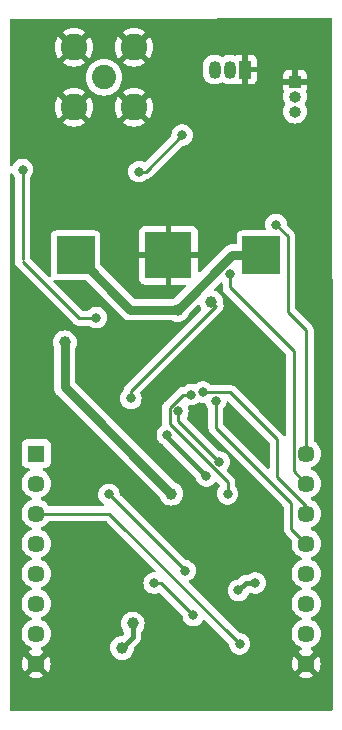
<source format=gbr>
%TF.GenerationSoftware,KiCad,Pcbnew,8.0.2*%
%TF.CreationDate,2024-07-30T14:29:59+02:00*%
%TF.ProjectId,lc29h_mikrobus_PCB,6c633239-685f-46d6-996b-726f6275735f,rev?*%
%TF.SameCoordinates,Original*%
%TF.FileFunction,Copper,L2,Bot*%
%TF.FilePolarity,Positive*%
%FSLAX46Y46*%
G04 Gerber Fmt 4.6, Leading zero omitted, Abs format (unit mm)*
G04 Created by KiCad (PCBNEW 8.0.2) date 2024-07-30 14:29:59*
%MOMM*%
%LPD*%
G01*
G04 APERTURE LIST*
%TA.AperFunction,ComponentPad*%
%ADD10R,1.445000X1.445000*%
%TD*%
%TA.AperFunction,ComponentPad*%
%ADD11C,1.445000*%
%TD*%
%TA.AperFunction,ComponentPad*%
%ADD12R,1.000000X1.000000*%
%TD*%
%TA.AperFunction,ComponentPad*%
%ADD13O,1.000000X1.000000*%
%TD*%
%TA.AperFunction,ComponentPad*%
%ADD14C,2.050000*%
%TD*%
%TA.AperFunction,ComponentPad*%
%ADD15C,2.250000*%
%TD*%
%TA.AperFunction,ComponentPad*%
%ADD16R,1.050000X1.500000*%
%TD*%
%TA.AperFunction,ComponentPad*%
%ADD17O,1.050000X1.500000*%
%TD*%
%TA.AperFunction,SMDPad,CuDef*%
%ADD18R,3.180000X3.180000*%
%TD*%
%TA.AperFunction,SMDPad,CuDef*%
%ADD19R,3.960000X3.960000*%
%TD*%
%TA.AperFunction,ViaPad*%
%ADD20C,0.800000*%
%TD*%
%TA.AperFunction,ViaPad*%
%ADD21C,1.000000*%
%TD*%
%TA.AperFunction,Conductor*%
%ADD22C,0.800000*%
%TD*%
%TA.AperFunction,Conductor*%
%ADD23C,0.400000*%
%TD*%
%TA.AperFunction,Conductor*%
%ADD24C,0.250000*%
%TD*%
G04 APERTURE END LIST*
D10*
%TO.P,IC1,1,AN*%
%TO.N,unconnected-(IC1-AN-Pad1)*%
X126093000Y-75221000D03*
D11*
%TO.P,IC1,2,RST*%
%TO.N,RST*%
X126093000Y-77761000D03*
%TO.P,IC1,3,CS*%
%TO.N,CE_HOST*%
X126093000Y-80301000D03*
%TO.P,IC1,4,SCK*%
%TO.N,unconnected-(IC1-SCK-Pad4)*%
X126093000Y-82841000D03*
%TO.P,IC1,5,MISO*%
%TO.N,unconnected-(IC1-MISO-Pad5)*%
X126093000Y-85381000D03*
%TO.P,IC1,6,MOSI*%
%TO.N,unconnected-(IC1-MOSI-Pad6)*%
X126093000Y-87921000D03*
%TO.P,IC1,7,+3.3V*%
%TO.N,VCC*%
X126093000Y-90461000D03*
%TO.P,IC1,8,GND_1*%
%TO.N,GND*%
X126093000Y-93001000D03*
%TO.P,IC1,9,PWM*%
%TO.N,WUP*%
X148953000Y-75221000D03*
%TO.P,IC1,10,INT*%
%TO.N,1PPS*%
X148953000Y-77761000D03*
%TO.P,IC1,11,RX*%
%TO.N,TX1*%
X148953000Y-80301000D03*
%TO.P,IC1,12,TX*%
%TO.N,RX1*%
X148953000Y-82841000D03*
%TO.P,IC1,13,SCL*%
%TO.N,SCL*%
X148953000Y-85381000D03*
%TO.P,IC1,14,SDA*%
%TO.N,SDA*%
X148953000Y-87921000D03*
%TO.P,IC1,15,+5V*%
%TO.N,unconnected-(IC1-+5V-Pad15)*%
X148953000Y-90461000D03*
%TO.P,IC1,16,GND_2*%
%TO.N,GND*%
X148953000Y-93001000D03*
%TD*%
D12*
%TO.P,J2,1,Pin_1*%
%TO.N,GND*%
X148003000Y-43721000D03*
D13*
%TO.P,J2,2,Pin_2*%
%TO.N,Net-(J2-Pin_2)*%
X148003000Y-44991000D03*
%TO.P,J2,3,Pin_3*%
%TO.N,Net-(J2-Pin_3)*%
X148003000Y-46261000D03*
%TD*%
D14*
%TO.P,J1,1,In*%
%TO.N,Net-(J1-In)*%
X131833000Y-43361000D03*
D15*
%TO.P,J1,2,Ext*%
%TO.N,GND*%
X129293000Y-40821000D03*
X129293000Y-45901000D03*
X134373000Y-40821000D03*
X134373000Y-45901000D03*
%TD*%
D16*
%TO.P,Q1,1,E*%
%TO.N,GND*%
X143763000Y-42701000D03*
D17*
%TO.P,Q1,2,B*%
%TO.N,Net-(Q1-B)*%
X142493000Y-42701000D03*
%TO.P,Q1,3,C*%
%TO.N,Net-(Q1-C)*%
X141223000Y-42701000D03*
%TD*%
D18*
%TO.P,BT1,1,+_1*%
%TO.N,VBCK*%
X145163000Y-58421000D03*
%TO.P,BT1,2,+_2*%
X129423000Y-58421000D03*
D19*
%TO.P,BT1,3,-*%
%TO.N,GND*%
X137293000Y-58421000D03*
%TD*%
D20*
%TO.N,GND*%
X130893000Y-75771000D03*
X146093000Y-70721000D03*
X144043000Y-73771000D03*
X129333000Y-49746000D03*
X134093000Y-77971000D03*
X139443000Y-80271000D03*
D21*
%TO.N,VCC*%
X128513000Y-65801000D03*
X133363000Y-91661000D03*
X137513000Y-78601000D03*
X134263000Y-89601000D03*
D20*
X143214488Y-86799511D03*
X144643000Y-86171000D03*
%TO.N,1PPS*%
X142500107Y-60028107D03*
%TO.N,TX1*%
X140193000Y-70021000D03*
%TO.N,CE_HOST*%
X143313000Y-91321000D03*
%TO.N,RX1*%
X141293000Y-70726000D03*
%TO.N,RST*%
X132247056Y-78666944D03*
X138693000Y-85121000D03*
%TO.N,WUP*%
X146393000Y-55821000D03*
%TO.N,CE*%
X136083000Y-86191000D03*
X139393000Y-88921000D03*
%TO.N,VDD_EXT*%
X137193000Y-73621000D03*
X140493000Y-77121000D03*
%TO.N,mSDA*%
X141593000Y-75921000D03*
X138093000Y-71621000D03*
%TO.N,mSCL*%
X142293000Y-78621000D03*
X139193000Y-70221000D03*
%TO.N,VDD_RF*%
X138453000Y-48261000D03*
X134793000Y-51341000D03*
D21*
%TO.N,VBCK*%
X129423000Y-58421000D03*
X138063000Y-63041000D03*
D20*
%TO.N,ANT_ON*%
X131177101Y-63696885D03*
X124943000Y-51171000D03*
%TO.N,Net-(J2-Pin_3)*%
X134113000Y-70551000D03*
D21*
X140893000Y-62361000D03*
%TD*%
D22*
%TO.N,VCC*%
X128493000Y-65821000D02*
X128513000Y-65801000D01*
X137513000Y-78601000D02*
X128493000Y-69581000D01*
D23*
X134263000Y-89601000D02*
X134263000Y-90761000D01*
X144643000Y-86171000D02*
X143842999Y-86171000D01*
X134263000Y-90761000D02*
X133363000Y-91661000D01*
X143842999Y-86171000D02*
X143214488Y-86799511D01*
D22*
X128493000Y-69581000D02*
X128493000Y-65821000D01*
D24*
%TO.N,1PPS*%
X142500107Y-60028107D02*
X142500107Y-61128107D01*
X142500107Y-61128107D02*
X147905500Y-66533500D01*
X147905500Y-76713500D02*
X148953000Y-77761000D01*
X147905500Y-66533500D02*
X147905500Y-76713500D01*
%TO.N,TX1*%
X142493000Y-70021000D02*
X146493000Y-74021000D01*
X146493000Y-74021000D02*
X146493000Y-77221000D01*
X148953000Y-79681000D02*
X148953000Y-80301000D01*
X140193000Y-70021000D02*
X142493000Y-70021000D01*
X146493000Y-77221000D02*
X148953000Y-79681000D01*
%TO.N,CE_HOST*%
X132293000Y-80301000D02*
X126093000Y-80301000D01*
X143313000Y-91321000D02*
X132293000Y-80301000D01*
%TO.N,RX1*%
X147693000Y-81581000D02*
X148953000Y-82841000D01*
X141293000Y-70726000D02*
X141293000Y-73021000D01*
X141293000Y-73021000D02*
X147693000Y-79421000D01*
X147693000Y-79421000D02*
X147693000Y-81581000D01*
%TO.N,RST*%
X138693000Y-85112888D02*
X132247056Y-78666944D01*
X138693000Y-85121000D02*
X138693000Y-85112888D01*
%TO.N,WUP*%
X148953000Y-64781000D02*
X148953000Y-75221000D01*
X147393000Y-56821000D02*
X147393000Y-63221000D01*
X147393000Y-63221000D02*
X148953000Y-64781000D01*
X146393000Y-55821000D02*
X147393000Y-56821000D01*
%TO.N,CE*%
X139393000Y-88921000D02*
X139393000Y-88821000D01*
X136663000Y-86191000D02*
X136083000Y-86191000D01*
X139393000Y-88921000D02*
X136663000Y-86191000D01*
D23*
%TO.N,VDD_EXT*%
X140493000Y-77121000D02*
X137193000Y-73821000D01*
X137193000Y-73821000D02*
X137193000Y-73621000D01*
D24*
%TO.N,mSDA*%
X141593000Y-75921000D02*
X138093000Y-72421000D01*
X138093000Y-72421000D02*
X138093000Y-71621000D01*
%TO.N,mSCL*%
X137388000Y-71328979D02*
X138495979Y-70221000D01*
X142293000Y-77621000D02*
X137388000Y-72716000D01*
X138495979Y-70221000D02*
X139193000Y-70221000D01*
X142293000Y-78621000D02*
X142293000Y-77621000D01*
X137388000Y-72716000D02*
X137388000Y-71328979D01*
%TO.N,VDD_RF*%
X135373000Y-51341000D02*
X134793000Y-51341000D01*
X138453000Y-48261000D02*
X135373000Y-51341000D01*
D22*
%TO.N,VBCK*%
X142693000Y-58421000D02*
X145163000Y-58421000D01*
X138083458Y-63030542D02*
X142693000Y-58421000D01*
X138083458Y-63030542D02*
X134032542Y-63030542D01*
X134032542Y-63030542D02*
X129423000Y-58421000D01*
D24*
%TO.N,ANT_ON*%
X131112986Y-63761000D02*
X131177101Y-63696885D01*
X124943000Y-58971000D02*
X129733000Y-63761000D01*
X124943000Y-58761000D02*
X124943000Y-51171000D01*
X129733000Y-63761000D02*
X131112986Y-63761000D01*
%TO.N,Net-(J2-Pin_3)*%
X141323000Y-62681000D02*
X134113000Y-69891000D01*
X134113000Y-69891000D02*
X134113000Y-70551000D01*
%TD*%
%TA.AperFunction,Conductor*%
%TO.N,GND*%
G36*
X151117006Y-38378789D02*
G01*
X151162828Y-38431534D01*
X151174100Y-38483107D01*
X151203303Y-81904608D01*
X151203303Y-81904776D01*
X151193084Y-96897085D01*
X151173354Y-96964111D01*
X151120519Y-97009829D01*
X151069084Y-97021000D01*
X123967085Y-97021000D01*
X123900046Y-97001315D01*
X123854291Y-96948511D01*
X123843085Y-96896915D01*
X123856142Y-77760998D01*
X124857298Y-77760998D01*
X124857298Y-77761001D01*
X124876070Y-77975571D01*
X124876072Y-77975582D01*
X124931817Y-78183627D01*
X124931819Y-78183631D01*
X124931820Y-78183635D01*
X124983934Y-78295394D01*
X125022850Y-78378849D01*
X125022851Y-78378851D01*
X125146398Y-78555296D01*
X125298703Y-78707601D01*
X125298706Y-78707603D01*
X125475149Y-78831149D01*
X125620535Y-78898944D01*
X125662726Y-78918618D01*
X125715165Y-78964791D01*
X125734317Y-79031984D01*
X125714101Y-79098865D01*
X125662726Y-79143382D01*
X125475150Y-79230850D01*
X125475148Y-79230851D01*
X125298703Y-79354398D01*
X125146398Y-79506703D01*
X125022851Y-79683148D01*
X125022850Y-79683150D01*
X124931821Y-79878363D01*
X124931817Y-79878372D01*
X124876072Y-80086417D01*
X124876070Y-80086428D01*
X124857298Y-80300998D01*
X124857298Y-80301001D01*
X124876070Y-80515571D01*
X124876072Y-80515582D01*
X124931817Y-80723627D01*
X124931819Y-80723631D01*
X124931820Y-80723635D01*
X125012645Y-80896965D01*
X125022850Y-80918849D01*
X125022851Y-80918851D01*
X125146398Y-81095296D01*
X125298703Y-81247601D01*
X125298706Y-81247603D01*
X125475149Y-81371149D01*
X125557412Y-81409509D01*
X125662726Y-81458618D01*
X125715165Y-81504791D01*
X125734317Y-81571984D01*
X125714101Y-81638865D01*
X125662726Y-81683382D01*
X125475150Y-81770850D01*
X125475148Y-81770851D01*
X125298703Y-81894398D01*
X125146398Y-82046703D01*
X125022851Y-82223148D01*
X125022850Y-82223150D01*
X124931821Y-82418363D01*
X124931817Y-82418372D01*
X124876072Y-82626417D01*
X124876070Y-82626428D01*
X124857298Y-82840998D01*
X124857298Y-82841001D01*
X124876070Y-83055571D01*
X124876072Y-83055582D01*
X124931817Y-83263627D01*
X124931819Y-83263631D01*
X124931820Y-83263635D01*
X125012645Y-83436965D01*
X125022850Y-83458849D01*
X125022851Y-83458851D01*
X125146398Y-83635296D01*
X125298703Y-83787601D01*
X125298706Y-83787603D01*
X125475149Y-83911149D01*
X125620535Y-83978944D01*
X125662726Y-83998618D01*
X125715165Y-84044791D01*
X125734317Y-84111984D01*
X125714101Y-84178865D01*
X125662726Y-84223382D01*
X125475150Y-84310850D01*
X125475148Y-84310851D01*
X125298703Y-84434398D01*
X125146398Y-84586703D01*
X125022851Y-84763148D01*
X125022850Y-84763150D01*
X124931821Y-84958363D01*
X124931817Y-84958372D01*
X124876072Y-85166417D01*
X124876070Y-85166428D01*
X124857298Y-85380998D01*
X124857298Y-85381001D01*
X124876070Y-85595571D01*
X124876072Y-85595582D01*
X124931817Y-85803627D01*
X124931819Y-85803631D01*
X124931820Y-85803635D01*
X124998427Y-85946474D01*
X125022850Y-85998849D01*
X125022851Y-85998851D01*
X125146398Y-86175296D01*
X125298703Y-86327601D01*
X125298706Y-86327603D01*
X125475149Y-86451149D01*
X125620535Y-86518944D01*
X125662726Y-86538618D01*
X125715165Y-86584791D01*
X125734317Y-86651984D01*
X125714101Y-86718865D01*
X125662726Y-86763382D01*
X125475150Y-86850850D01*
X125475148Y-86850851D01*
X125298703Y-86974398D01*
X125146398Y-87126703D01*
X125022851Y-87303148D01*
X125022850Y-87303150D01*
X124931821Y-87498363D01*
X124931817Y-87498372D01*
X124876072Y-87706417D01*
X124876070Y-87706428D01*
X124857298Y-87920998D01*
X124857298Y-87921001D01*
X124876070Y-88135571D01*
X124876072Y-88135582D01*
X124931817Y-88343627D01*
X124931819Y-88343631D01*
X124931820Y-88343635D01*
X125012645Y-88516965D01*
X125022850Y-88538849D01*
X125022851Y-88538851D01*
X125146398Y-88715296D01*
X125298703Y-88867601D01*
X125298706Y-88867603D01*
X125475149Y-88991149D01*
X125575623Y-89038001D01*
X125662726Y-89078618D01*
X125715165Y-89124791D01*
X125734317Y-89191984D01*
X125714101Y-89258865D01*
X125662726Y-89303382D01*
X125475150Y-89390850D01*
X125475148Y-89390851D01*
X125298703Y-89514398D01*
X125146398Y-89666703D01*
X125022851Y-89843148D01*
X125022850Y-89843150D01*
X124931821Y-90038363D01*
X124931817Y-90038372D01*
X124876072Y-90246417D01*
X124876070Y-90246428D01*
X124857298Y-90460998D01*
X124857298Y-90461001D01*
X124876070Y-90675571D01*
X124876072Y-90675582D01*
X124931817Y-90883627D01*
X124931819Y-90883631D01*
X124931820Y-90883635D01*
X125012645Y-91056965D01*
X125022850Y-91078849D01*
X125022851Y-91078851D01*
X125146398Y-91255296D01*
X125298703Y-91407601D01*
X125298706Y-91407603D01*
X125475149Y-91531149D01*
X125670365Y-91622180D01*
X125670368Y-91622180D01*
X125672781Y-91623306D01*
X125725220Y-91669478D01*
X125744372Y-91736672D01*
X125724156Y-91803553D01*
X125672782Y-91848070D01*
X125479410Y-91938242D01*
X125423172Y-91977619D01*
X126008905Y-92563352D01*
X125921429Y-92586792D01*
X125820070Y-92645311D01*
X125737311Y-92728070D01*
X125678792Y-92829429D01*
X125655352Y-92916905D01*
X125069619Y-92331172D01*
X125030241Y-92387412D01*
X124939837Y-92581281D01*
X124939834Y-92581290D01*
X124884473Y-92787901D01*
X124884473Y-92787905D01*
X124865830Y-93000997D01*
X124865830Y-93001002D01*
X124884473Y-93214094D01*
X124884473Y-93214098D01*
X124939834Y-93420709D01*
X124939838Y-93420718D01*
X125030238Y-93614582D01*
X125069620Y-93670825D01*
X125069621Y-93670826D01*
X125655352Y-93085094D01*
X125678792Y-93172571D01*
X125737311Y-93273930D01*
X125820070Y-93356689D01*
X125921429Y-93415208D01*
X126008905Y-93438647D01*
X125423172Y-94024378D01*
X125479417Y-94063761D01*
X125673281Y-94154161D01*
X125673290Y-94154165D01*
X125879903Y-94209526D01*
X126092998Y-94228170D01*
X126093002Y-94228170D01*
X126306094Y-94209526D01*
X126306098Y-94209526D01*
X126512709Y-94154165D01*
X126512718Y-94154161D01*
X126706584Y-94063760D01*
X126706588Y-94063758D01*
X126762826Y-94024379D01*
X126177095Y-93438647D01*
X126264571Y-93415208D01*
X126365930Y-93356689D01*
X126448689Y-93273930D01*
X126507208Y-93172571D01*
X126530647Y-93085094D01*
X127116379Y-93670826D01*
X127155758Y-93614588D01*
X127155760Y-93614584D01*
X127246161Y-93420718D01*
X127246165Y-93420709D01*
X127301526Y-93214098D01*
X127301526Y-93214094D01*
X127320170Y-93001002D01*
X127320170Y-93000997D01*
X127301526Y-92787905D01*
X127301526Y-92787901D01*
X127246165Y-92581290D01*
X127246161Y-92581281D01*
X127155761Y-92387417D01*
X127116377Y-92331172D01*
X126530647Y-92916904D01*
X126507208Y-92829429D01*
X126448689Y-92728070D01*
X126365930Y-92645311D01*
X126264571Y-92586792D01*
X126177095Y-92563352D01*
X126762826Y-91977621D01*
X126762825Y-91977620D01*
X126706582Y-91938238D01*
X126513218Y-91848070D01*
X126460779Y-91801897D01*
X126441627Y-91734704D01*
X126461843Y-91667823D01*
X126469717Y-91661000D01*
X132349620Y-91661000D01*
X132369091Y-91858699D01*
X132426760Y-92048808D01*
X132520401Y-92223998D01*
X132520405Y-92224005D01*
X132646431Y-92377568D01*
X132799994Y-92503594D01*
X132800001Y-92503598D01*
X132975191Y-92597239D01*
X132975193Y-92597239D01*
X132975196Y-92597241D01*
X133165299Y-92654908D01*
X133165298Y-92654908D01*
X133183024Y-92656653D01*
X133363000Y-92674380D01*
X133560701Y-92654908D01*
X133750804Y-92597241D01*
X133926004Y-92503595D01*
X134079568Y-92377568D01*
X134205595Y-92224004D01*
X134299241Y-92048804D01*
X134356908Y-91858701D01*
X134373278Y-91692494D01*
X134399438Y-91627710D01*
X134408982Y-91616987D01*
X134813328Y-91212643D01*
X134890865Y-91096601D01*
X134922210Y-91020925D01*
X134944273Y-90967662D01*
X134971500Y-90830781D01*
X134971500Y-90371766D01*
X134991185Y-90304727D01*
X134999642Y-90293107D01*
X135105595Y-90164004D01*
X135199241Y-89988804D01*
X135256908Y-89798701D01*
X135276380Y-89601000D01*
X135256908Y-89403299D01*
X135199241Y-89213196D01*
X135199239Y-89213193D01*
X135199239Y-89213191D01*
X135105598Y-89038001D01*
X135105594Y-89037994D01*
X134979568Y-88884431D01*
X134826005Y-88758405D01*
X134825998Y-88758401D01*
X134650808Y-88664760D01*
X134555752Y-88635925D01*
X134460701Y-88607092D01*
X134460699Y-88607091D01*
X134460701Y-88607091D01*
X134263000Y-88587620D01*
X134065300Y-88607091D01*
X133875191Y-88664760D01*
X133700001Y-88758401D01*
X133699994Y-88758405D01*
X133546431Y-88884431D01*
X133420405Y-89037994D01*
X133420401Y-89038001D01*
X133326760Y-89213191D01*
X133269091Y-89403300D01*
X133249620Y-89601000D01*
X133269091Y-89798699D01*
X133326760Y-89988808D01*
X133420401Y-90163998D01*
X133420405Y-90164005D01*
X133481913Y-90238952D01*
X133526353Y-90293102D01*
X133553666Y-90357411D01*
X133554500Y-90371766D01*
X133554500Y-90416166D01*
X133534815Y-90483205D01*
X133518181Y-90503847D01*
X133407028Y-90615000D01*
X133345705Y-90648485D01*
X133331501Y-90650722D01*
X133165300Y-90667091D01*
X132975191Y-90724760D01*
X132800001Y-90818401D01*
X132799994Y-90818405D01*
X132646431Y-90944431D01*
X132520405Y-91097994D01*
X132520401Y-91098001D01*
X132426760Y-91273191D01*
X132369091Y-91463300D01*
X132349620Y-91661000D01*
X126469717Y-91661000D01*
X126513219Y-91623306D01*
X126515631Y-91622180D01*
X126515635Y-91622180D01*
X126710851Y-91531149D01*
X126887294Y-91407603D01*
X127039603Y-91255294D01*
X127163149Y-91078851D01*
X127254180Y-90883635D01*
X127309929Y-90675577D01*
X127328702Y-90461000D01*
X127309929Y-90246423D01*
X127254180Y-90038365D01*
X127163149Y-89843149D01*
X127039603Y-89666706D01*
X127039601Y-89666703D01*
X126887296Y-89514398D01*
X126710851Y-89390851D01*
X126710849Y-89390850D01*
X126526044Y-89304674D01*
X126523272Y-89303381D01*
X126470834Y-89257210D01*
X126451682Y-89190016D01*
X126471898Y-89123135D01*
X126523272Y-89078618D01*
X126710851Y-88991149D01*
X126887294Y-88867603D01*
X127039603Y-88715294D01*
X127163149Y-88538851D01*
X127254180Y-88343635D01*
X127309929Y-88135577D01*
X127328702Y-87921000D01*
X127309929Y-87706423D01*
X127254180Y-87498365D01*
X127163149Y-87303149D01*
X127039603Y-87126706D01*
X127039601Y-87126703D01*
X126887296Y-86974398D01*
X126710851Y-86850851D01*
X126710849Y-86850850D01*
X126600752Y-86799511D01*
X126523272Y-86763381D01*
X126470834Y-86717210D01*
X126451682Y-86650016D01*
X126471898Y-86583135D01*
X126523272Y-86538618D01*
X126710851Y-86451149D01*
X126887294Y-86327603D01*
X127039603Y-86175294D01*
X127163149Y-85998851D01*
X127254180Y-85803635D01*
X127309929Y-85595577D01*
X127328702Y-85381000D01*
X127328604Y-85379884D01*
X127322572Y-85310931D01*
X127309929Y-85166423D01*
X127254180Y-84958365D01*
X127163149Y-84763149D01*
X127039603Y-84586706D01*
X127039601Y-84586703D01*
X126887296Y-84434398D01*
X126710851Y-84310851D01*
X126710849Y-84310850D01*
X126679121Y-84296055D01*
X126523272Y-84223381D01*
X126470834Y-84177210D01*
X126451682Y-84110016D01*
X126471898Y-84043135D01*
X126523272Y-83998618D01*
X126710851Y-83911149D01*
X126887294Y-83787603D01*
X127039603Y-83635294D01*
X127163149Y-83458851D01*
X127254180Y-83263635D01*
X127309929Y-83055577D01*
X127328702Y-82841000D01*
X127309929Y-82626423D01*
X127254180Y-82418365D01*
X127163149Y-82223149D01*
X127039603Y-82046706D01*
X127039601Y-82046703D01*
X126887296Y-81894398D01*
X126710851Y-81770851D01*
X126710849Y-81770850D01*
X126679121Y-81756055D01*
X126523272Y-81683381D01*
X126470834Y-81637210D01*
X126451682Y-81570016D01*
X126471898Y-81503135D01*
X126523272Y-81458618D01*
X126710851Y-81371149D01*
X126887294Y-81247603D01*
X127039603Y-81095294D01*
X127115167Y-80987376D01*
X127169744Y-80943752D01*
X127216742Y-80934500D01*
X131979234Y-80934500D01*
X132046273Y-80954185D01*
X132066915Y-80970819D01*
X136166915Y-85070819D01*
X136200400Y-85132142D01*
X136195416Y-85201834D01*
X136153544Y-85257767D01*
X136088080Y-85282184D01*
X136079234Y-85282500D01*
X135987513Y-85282500D01*
X135800714Y-85322205D01*
X135800712Y-85322206D01*
X135671165Y-85379884D01*
X135626246Y-85399883D01*
X135471745Y-85512135D01*
X135343959Y-85654057D01*
X135248473Y-85819443D01*
X135248470Y-85819450D01*
X135189459Y-86001068D01*
X135189458Y-86001072D01*
X135169496Y-86191000D01*
X135189458Y-86380928D01*
X135189459Y-86380931D01*
X135248470Y-86562549D01*
X135248473Y-86562556D01*
X135343960Y-86727944D01*
X135471747Y-86869866D01*
X135626248Y-86982118D01*
X135800712Y-87059794D01*
X135987513Y-87099500D01*
X136178487Y-87099500D01*
X136365288Y-87059794D01*
X136474673Y-87011092D01*
X136543920Y-87001808D01*
X136607196Y-87031436D01*
X136612787Y-87036691D01*
X138446378Y-88870282D01*
X138479863Y-88931605D01*
X138482018Y-88945001D01*
X138486869Y-88991148D01*
X138499458Y-89110928D01*
X138499459Y-89110931D01*
X138558470Y-89292549D01*
X138558473Y-89292556D01*
X138653960Y-89457944D01*
X138781747Y-89599866D01*
X138936248Y-89712118D01*
X139110712Y-89789794D01*
X139297513Y-89829500D01*
X139488487Y-89829500D01*
X139675288Y-89789794D01*
X139849752Y-89712118D01*
X140004253Y-89599866D01*
X140132040Y-89457944D01*
X140205705Y-89330351D01*
X140256268Y-89282140D01*
X140324875Y-89268916D01*
X140389740Y-89294884D01*
X140400770Y-89304674D01*
X142366378Y-91270282D01*
X142399863Y-91331605D01*
X142402018Y-91345001D01*
X142408598Y-91407601D01*
X142419458Y-91510928D01*
X142419459Y-91510931D01*
X142478470Y-91692549D01*
X142478473Y-91692556D01*
X142573960Y-91857944D01*
X142574642Y-91858701D01*
X142681717Y-91977621D01*
X142701747Y-91999866D01*
X142856248Y-92112118D01*
X143030712Y-92189794D01*
X143217513Y-92229500D01*
X143408487Y-92229500D01*
X143595288Y-92189794D01*
X143769752Y-92112118D01*
X143924253Y-91999866D01*
X144052040Y-91857944D01*
X144147527Y-91692556D01*
X144206542Y-91510928D01*
X144226504Y-91321000D01*
X144206542Y-91131072D01*
X144147527Y-90949444D01*
X144052040Y-90784056D01*
X143930113Y-90648642D01*
X143924254Y-90642135D01*
X143769753Y-90529883D01*
X143769752Y-90529882D01*
X143595288Y-90452206D01*
X143595286Y-90452205D01*
X143408487Y-90412500D01*
X143351766Y-90412500D01*
X143284727Y-90392815D01*
X143264085Y-90376181D01*
X139687415Y-86799511D01*
X142300984Y-86799511D01*
X142320946Y-86989439D01*
X142320947Y-86989442D01*
X142379958Y-87171060D01*
X142379961Y-87171067D01*
X142475448Y-87336455D01*
X142603235Y-87478377D01*
X142757736Y-87590629D01*
X142932200Y-87668305D01*
X143119001Y-87708011D01*
X143309975Y-87708011D01*
X143496776Y-87668305D01*
X143671240Y-87590629D01*
X143825741Y-87478377D01*
X143953528Y-87336455D01*
X144049015Y-87171067D01*
X144083114Y-87066121D01*
X144122550Y-87008447D01*
X144186908Y-86981248D01*
X144251477Y-86991159D01*
X144360712Y-87039794D01*
X144547513Y-87079500D01*
X144738487Y-87079500D01*
X144925288Y-87039794D01*
X145099752Y-86962118D01*
X145254253Y-86849866D01*
X145382040Y-86707944D01*
X145477527Y-86542556D01*
X145536542Y-86360928D01*
X145556504Y-86171000D01*
X145536542Y-85981072D01*
X145477664Y-85799866D01*
X145477529Y-85799450D01*
X145477528Y-85799449D01*
X145477527Y-85799444D01*
X145382040Y-85634056D01*
X145254253Y-85492134D01*
X145099752Y-85379882D01*
X144925288Y-85302206D01*
X144925286Y-85302205D01*
X144738487Y-85262500D01*
X144547513Y-85262500D01*
X144360714Y-85302205D01*
X144186243Y-85379884D01*
X144105129Y-85438818D01*
X144039323Y-85462298D01*
X144032244Y-85462500D01*
X143773213Y-85462500D01*
X143636344Y-85489725D01*
X143636336Y-85489727D01*
X143602664Y-85503675D01*
X143602663Y-85503675D01*
X143507402Y-85543132D01*
X143507400Y-85543133D01*
X143391357Y-85620671D01*
X143391353Y-85620674D01*
X143147534Y-85864494D01*
X143086211Y-85897979D01*
X143085634Y-85898103D01*
X142932202Y-85930716D01*
X142932200Y-85930717D01*
X142774180Y-86001072D01*
X142757734Y-86008394D01*
X142603233Y-86120646D01*
X142475447Y-86262568D01*
X142379961Y-86427954D01*
X142379958Y-86427961D01*
X142320947Y-86609579D01*
X142320946Y-86609583D01*
X142300984Y-86799511D01*
X139687415Y-86799511D01*
X139035339Y-86147435D01*
X139001854Y-86086112D01*
X139006838Y-86016420D01*
X139048710Y-85960487D01*
X139072579Y-85946477D01*
X139149752Y-85912118D01*
X139304253Y-85799866D01*
X139432040Y-85657944D01*
X139527527Y-85492556D01*
X139586542Y-85310928D01*
X139606504Y-85121000D01*
X139586542Y-84931072D01*
X139527527Y-84749444D01*
X139432040Y-84584056D01*
X139304253Y-84442134D01*
X139149752Y-84329882D01*
X138975288Y-84252206D01*
X138975286Y-84252205D01*
X138788487Y-84212500D01*
X138739878Y-84212500D01*
X138672839Y-84192815D01*
X138652197Y-84176181D01*
X133193676Y-78717660D01*
X133160191Y-78656337D01*
X133158039Y-78642959D01*
X133140598Y-78477016D01*
X133081583Y-78295388D01*
X132986096Y-78130000D01*
X132858309Y-77988078D01*
X132703808Y-77875826D01*
X132529344Y-77798150D01*
X132529342Y-77798149D01*
X132342543Y-77758444D01*
X132151569Y-77758444D01*
X131964770Y-77798149D01*
X131790302Y-77875827D01*
X131635801Y-77988079D01*
X131508015Y-78130001D01*
X131412529Y-78295387D01*
X131412526Y-78295394D01*
X131368442Y-78431072D01*
X131353514Y-78477016D01*
X131333552Y-78666944D01*
X131353514Y-78856872D01*
X131353515Y-78856875D01*
X131412526Y-79038493D01*
X131412529Y-79038500D01*
X131508016Y-79203888D01*
X131635803Y-79345810D01*
X131727068Y-79412118D01*
X131769824Y-79443182D01*
X131812489Y-79498512D01*
X131818468Y-79568126D01*
X131785862Y-79629921D01*
X131725023Y-79664278D01*
X131696938Y-79667500D01*
X127216742Y-79667500D01*
X127149703Y-79647815D01*
X127115167Y-79614623D01*
X127101362Y-79594908D01*
X127039603Y-79506706D01*
X127039601Y-79506703D01*
X126887296Y-79354398D01*
X126710851Y-79230851D01*
X126710849Y-79230850D01*
X126653029Y-79203888D01*
X126523272Y-79143381D01*
X126470834Y-79097210D01*
X126451682Y-79030016D01*
X126471898Y-78963135D01*
X126523272Y-78918618D01*
X126710851Y-78831149D01*
X126887294Y-78707603D01*
X127039603Y-78555294D01*
X127163149Y-78378851D01*
X127254180Y-78183635D01*
X127309929Y-77975577D01*
X127328702Y-77761000D01*
X127328478Y-77758444D01*
X127319576Y-77656691D01*
X127309929Y-77546423D01*
X127254180Y-77338365D01*
X127163149Y-77143149D01*
X127039603Y-76966706D01*
X127039601Y-76966703D01*
X126887296Y-76814398D01*
X126710851Y-76690851D01*
X126710844Y-76690847D01*
X126705555Y-76688381D01*
X126653116Y-76642208D01*
X126633965Y-76575014D01*
X126654182Y-76508133D01*
X126707348Y-76462800D01*
X126757961Y-76452000D01*
X126864138Y-76452000D01*
X126864154Y-76451999D01*
X126891192Y-76449091D01*
X126924701Y-76445489D01*
X127061704Y-76394389D01*
X127178761Y-76306761D01*
X127266389Y-76189704D01*
X127317489Y-76052701D01*
X127321511Y-76015294D01*
X127323999Y-75992154D01*
X127324000Y-75992137D01*
X127324000Y-74449862D01*
X127323999Y-74449845D01*
X127319942Y-74412118D01*
X127317489Y-74389299D01*
X127266389Y-74252296D01*
X127178761Y-74135239D01*
X127061704Y-74047611D01*
X126924703Y-73996511D01*
X126864154Y-73990000D01*
X126864138Y-73990000D01*
X125321862Y-73990000D01*
X125321845Y-73990000D01*
X125261297Y-73996511D01*
X125261295Y-73996511D01*
X125124295Y-74047611D01*
X125007239Y-74135239D01*
X124919611Y-74252295D01*
X124868511Y-74389295D01*
X124868511Y-74389297D01*
X124862000Y-74449845D01*
X124862000Y-75992154D01*
X124868511Y-76052702D01*
X124868511Y-76052704D01*
X124919611Y-76189704D01*
X125007239Y-76306761D01*
X125124296Y-76394389D01*
X125261299Y-76445489D01*
X125288550Y-76448418D01*
X125321845Y-76451999D01*
X125321862Y-76452000D01*
X125428039Y-76452000D01*
X125495078Y-76471685D01*
X125540833Y-76524489D01*
X125550777Y-76593647D01*
X125521752Y-76657203D01*
X125480445Y-76688381D01*
X125475155Y-76690847D01*
X125475148Y-76690851D01*
X125298703Y-76814398D01*
X125146398Y-76966703D01*
X125022851Y-77143148D01*
X125022850Y-77143150D01*
X124931821Y-77338363D01*
X124931817Y-77338372D01*
X124876072Y-77546417D01*
X124876070Y-77546428D01*
X124857298Y-77760998D01*
X123856142Y-77760998D01*
X123864303Y-65801000D01*
X127499620Y-65801000D01*
X127519091Y-65998699D01*
X127578528Y-66194634D01*
X127577120Y-66195061D01*
X127584500Y-66232157D01*
X127584500Y-69670483D01*
X127619410Y-69845992D01*
X127619413Y-69846001D01*
X127687893Y-70011329D01*
X127687900Y-70011342D01*
X127787321Y-70160134D01*
X127787324Y-70160138D01*
X136537712Y-78910525D01*
X136568691Y-78962209D01*
X136576759Y-78988806D01*
X136670401Y-79163998D01*
X136670405Y-79164005D01*
X136796431Y-79317568D01*
X136949994Y-79443594D01*
X136950001Y-79443598D01*
X137125191Y-79537239D01*
X137125193Y-79537239D01*
X137125196Y-79537241D01*
X137315299Y-79594908D01*
X137315298Y-79594908D01*
X137333024Y-79596653D01*
X137513000Y-79614380D01*
X137710701Y-79594908D01*
X137900804Y-79537241D01*
X137915287Y-79529500D01*
X138075998Y-79443598D01*
X138076004Y-79443595D01*
X138229568Y-79317568D01*
X138355595Y-79164004D01*
X138427213Y-79030016D01*
X138449239Y-78988808D01*
X138449240Y-78988806D01*
X138449241Y-78988804D01*
X138506908Y-78798701D01*
X138526380Y-78601000D01*
X138506908Y-78403299D01*
X138449241Y-78213196D01*
X138449239Y-78213193D01*
X138449239Y-78213191D01*
X138355598Y-78038001D01*
X138355594Y-78037994D01*
X138229568Y-77884431D01*
X138076005Y-77758405D01*
X138075998Y-77758401D01*
X137900806Y-77664759D01*
X137874209Y-77656691D01*
X137822525Y-77625712D01*
X129437819Y-69241006D01*
X129404334Y-69179683D01*
X129401500Y-69153325D01*
X129401500Y-66309181D01*
X129416142Y-66250727D01*
X129426068Y-66232157D01*
X129449241Y-66188804D01*
X129506908Y-65998701D01*
X129526380Y-65801000D01*
X129506908Y-65603299D01*
X129449241Y-65413196D01*
X129449239Y-65413193D01*
X129449239Y-65413191D01*
X129355598Y-65238001D01*
X129355594Y-65237994D01*
X129229568Y-65084431D01*
X129076005Y-64958405D01*
X129075998Y-64958401D01*
X128900808Y-64864760D01*
X128805752Y-64835925D01*
X128710701Y-64807092D01*
X128710699Y-64807091D01*
X128710701Y-64807091D01*
X128513000Y-64787620D01*
X128315300Y-64807091D01*
X128125191Y-64864760D01*
X127950001Y-64958401D01*
X127949994Y-64958405D01*
X127796431Y-65084431D01*
X127670405Y-65237994D01*
X127670401Y-65238001D01*
X127576760Y-65413191D01*
X127519091Y-65603300D01*
X127499620Y-65801000D01*
X123864303Y-65801000D01*
X123868062Y-60292520D01*
X123873994Y-51599114D01*
X123893724Y-51532089D01*
X123946560Y-51486371D01*
X124015725Y-51476474D01*
X124079261Y-51505542D01*
X124105381Y-51537200D01*
X124108472Y-51542554D01*
X124108473Y-51542556D01*
X124203960Y-51707944D01*
X124277649Y-51789784D01*
X124307880Y-51852775D01*
X124309500Y-51872756D01*
X124309500Y-58823394D01*
X124313163Y-58841812D01*
X124313163Y-58890188D01*
X124309500Y-58908605D01*
X124309500Y-59033398D01*
X124333843Y-59155777D01*
X124333845Y-59155785D01*
X124381598Y-59271072D01*
X124381603Y-59271081D01*
X124450928Y-59374832D01*
X124450931Y-59374836D01*
X129240929Y-64164833D01*
X129309923Y-64233827D01*
X129329168Y-64253072D01*
X129432918Y-64322396D01*
X129432924Y-64322399D01*
X129432925Y-64322400D01*
X129548215Y-64370155D01*
X129670601Y-64394499D01*
X129670605Y-64394500D01*
X129670606Y-64394500D01*
X130551363Y-64394500D01*
X130618402Y-64414185D01*
X130624248Y-64418182D01*
X130720344Y-64488000D01*
X130720346Y-64488001D01*
X130720349Y-64488003D01*
X130894813Y-64565679D01*
X131081614Y-64605385D01*
X131272588Y-64605385D01*
X131459389Y-64565679D01*
X131633853Y-64488003D01*
X131788354Y-64375751D01*
X131916141Y-64233829D01*
X132011628Y-64068441D01*
X132070643Y-63886813D01*
X132090605Y-63696885D01*
X132070643Y-63506957D01*
X132011628Y-63325329D01*
X131916141Y-63159941D01*
X131788354Y-63018019D01*
X131633853Y-62905767D01*
X131459389Y-62828091D01*
X131459387Y-62828090D01*
X131272588Y-62788385D01*
X131081614Y-62788385D01*
X130894815Y-62828090D01*
X130720347Y-62905768D01*
X130565846Y-63018020D01*
X130533798Y-63053614D01*
X130505689Y-63084833D01*
X130504213Y-63086472D01*
X130444727Y-63123121D01*
X130412063Y-63127500D01*
X130046766Y-63127500D01*
X129979727Y-63107815D01*
X129959085Y-63091181D01*
X127579980Y-60712076D01*
X127546495Y-60650753D01*
X127551479Y-60581061D01*
X127593351Y-60525128D01*
X127658815Y-60500711D01*
X127710996Y-60508213D01*
X127711439Y-60508379D01*
X127723798Y-60512989D01*
X127784345Y-60519499D01*
X127784362Y-60519500D01*
X130185325Y-60519500D01*
X130252364Y-60539185D01*
X130273006Y-60555819D01*
X133453403Y-63736217D01*
X133453407Y-63736220D01*
X133602201Y-63835642D01*
X133602202Y-63835642D01*
X133602206Y-63835645D01*
X133713322Y-63881670D01*
X133767542Y-63904129D01*
X133943058Y-63939041D01*
X133943062Y-63939042D01*
X133943063Y-63939042D01*
X134122022Y-63939042D01*
X137572670Y-63939042D01*
X137631121Y-63953682D01*
X137675196Y-63977241D01*
X137865299Y-64034908D01*
X137865298Y-64034908D01*
X137883024Y-64036653D01*
X138063000Y-64054380D01*
X138260701Y-64034908D01*
X138450804Y-63977241D01*
X138626004Y-63883595D01*
X138779568Y-63757568D01*
X138905595Y-63604004D01*
X138999241Y-63428804D01*
X139002952Y-63416568D01*
X139033931Y-63364880D01*
X139739079Y-62659732D01*
X139800400Y-62626249D01*
X139870092Y-62631233D01*
X139926025Y-62673105D01*
X139945418Y-62711419D01*
X139956759Y-62748805D01*
X140053276Y-62929376D01*
X140050901Y-62930645D01*
X140068293Y-62986238D01*
X140049790Y-63053614D01*
X140031993Y-63076100D01*
X136857368Y-66250727D01*
X133709167Y-69398929D01*
X133678214Y-69429882D01*
X133620927Y-69487168D01*
X133551603Y-69590918D01*
X133551598Y-69590927D01*
X133503845Y-69706214D01*
X133503843Y-69706222D01*
X133479500Y-69828601D01*
X133479500Y-69849241D01*
X133459815Y-69916280D01*
X133447650Y-69932213D01*
X133373963Y-70014050D01*
X133373958Y-70014057D01*
X133278473Y-70179443D01*
X133278470Y-70179450D01*
X133219459Y-70361068D01*
X133219458Y-70361072D01*
X133199496Y-70551000D01*
X133219458Y-70740928D01*
X133219459Y-70740931D01*
X133278470Y-70922549D01*
X133278473Y-70922556D01*
X133373960Y-71087944D01*
X133501747Y-71229866D01*
X133656248Y-71342118D01*
X133830712Y-71419794D01*
X134017513Y-71459500D01*
X134208487Y-71459500D01*
X134395288Y-71419794D01*
X134569752Y-71342118D01*
X134724253Y-71229866D01*
X134852040Y-71087944D01*
X134947527Y-70922556D01*
X135006542Y-70740928D01*
X135026504Y-70551000D01*
X135006542Y-70361072D01*
X134947527Y-70179444D01*
X134911988Y-70117889D01*
X134895515Y-70049989D01*
X134918368Y-69983962D01*
X134931688Y-69968214D01*
X141815072Y-63084833D01*
X141884401Y-62981075D01*
X141932155Y-62865785D01*
X141956500Y-62743394D01*
X141956500Y-62618606D01*
X141944584Y-62558701D01*
X141932157Y-62496222D01*
X141932154Y-62496213D01*
X141912458Y-62448662D01*
X141903616Y-62389056D01*
X141906380Y-62361000D01*
X141886908Y-62163299D01*
X141829241Y-61973196D01*
X141829239Y-61973193D01*
X141829239Y-61973191D01*
X141735598Y-61798001D01*
X141735594Y-61797994D01*
X141609568Y-61644431D01*
X141456005Y-61518405D01*
X141455998Y-61518401D01*
X141280805Y-61424759D01*
X141243419Y-61413418D01*
X141184981Y-61375121D01*
X141156524Y-61311308D01*
X141167085Y-61242241D01*
X141191731Y-61207080D01*
X141654926Y-60743886D01*
X141716249Y-60710401D01*
X141785941Y-60715385D01*
X141841874Y-60757257D01*
X141866291Y-60822721D01*
X141866607Y-60831567D01*
X141866607Y-61190505D01*
X141890950Y-61312884D01*
X141890952Y-61312892D01*
X141938705Y-61428179D01*
X141938710Y-61428188D01*
X142008035Y-61531939D01*
X142008038Y-61531943D01*
X147235681Y-66759585D01*
X147269166Y-66820908D01*
X147272000Y-66847266D01*
X147272000Y-73637812D01*
X147252315Y-73704851D01*
X147199511Y-73750606D01*
X147130353Y-73760550D01*
X147066797Y-73731525D01*
X147044898Y-73706703D01*
X146985072Y-73617168D01*
X146985071Y-73617167D01*
X146896833Y-73528929D01*
X144988904Y-71621000D01*
X142896836Y-69528931D01*
X142896832Y-69528928D01*
X142793081Y-69459603D01*
X142793072Y-69459598D01*
X142677785Y-69411845D01*
X142677777Y-69411843D01*
X142555398Y-69387500D01*
X142555394Y-69387500D01*
X140900309Y-69387500D01*
X140833270Y-69367815D01*
X140808160Y-69346473D01*
X140804254Y-69342135D01*
X140795615Y-69335858D01*
X140649752Y-69229882D01*
X140475288Y-69152206D01*
X140475286Y-69152205D01*
X140288487Y-69112500D01*
X140097513Y-69112500D01*
X139910714Y-69152205D01*
X139736243Y-69229884D01*
X139590384Y-69335858D01*
X139524578Y-69359338D01*
X139479180Y-69353471D01*
X139475282Y-69352204D01*
X139288487Y-69312500D01*
X139097513Y-69312500D01*
X138910714Y-69352205D01*
X138910712Y-69352206D01*
X138776765Y-69411843D01*
X138736246Y-69429883D01*
X138581745Y-69542135D01*
X138577840Y-69546473D01*
X138518354Y-69583121D01*
X138485691Y-69587500D01*
X138433580Y-69587500D01*
X138311201Y-69611843D01*
X138311193Y-69611845D01*
X138195906Y-69659598D01*
X138195897Y-69659603D01*
X138092146Y-69728928D01*
X138092142Y-69728931D01*
X137166575Y-70654500D01*
X136984167Y-70836908D01*
X136940047Y-70881028D01*
X136895927Y-70925147D01*
X136826603Y-71028897D01*
X136826598Y-71028906D01*
X136778845Y-71144193D01*
X136778843Y-71144201D01*
X136754500Y-71266580D01*
X136754500Y-72753440D01*
X136734815Y-72820479D01*
X136703386Y-72853758D01*
X136581745Y-72942135D01*
X136453959Y-73084057D01*
X136358473Y-73249443D01*
X136358470Y-73249450D01*
X136301485Y-73424833D01*
X136299458Y-73431072D01*
X136279496Y-73621000D01*
X136299458Y-73810928D01*
X136299459Y-73810931D01*
X136358470Y-73992549D01*
X136358473Y-73992556D01*
X136453960Y-74157944D01*
X136490776Y-74198832D01*
X136566924Y-74283404D01*
X136581747Y-74299866D01*
X136736248Y-74412118D01*
X136736251Y-74412120D01*
X136797987Y-74439606D01*
X136835234Y-74465205D01*
X139558836Y-77188806D01*
X139592321Y-77250129D01*
X139594475Y-77263518D01*
X139599458Y-77310928D01*
X139599459Y-77310930D01*
X139599459Y-77310932D01*
X139658470Y-77492549D01*
X139658473Y-77492556D01*
X139753960Y-77657944D01*
X139881747Y-77799866D01*
X140036248Y-77912118D01*
X140210712Y-77989794D01*
X140397513Y-78029500D01*
X140588487Y-78029500D01*
X140775288Y-77989794D01*
X140949752Y-77912118D01*
X141104253Y-77799866D01*
X141164563Y-77732884D01*
X141236389Y-77653115D01*
X141237396Y-77654021D01*
X141287016Y-77615746D01*
X141356628Y-77609756D01*
X141418428Y-77642351D01*
X141419704Y-77643609D01*
X141615825Y-77839729D01*
X141649310Y-77901052D01*
X141644326Y-77970743D01*
X141620295Y-78010381D01*
X141553963Y-78084050D01*
X141553958Y-78084057D01*
X141458473Y-78249443D01*
X141458470Y-78249450D01*
X141399459Y-78431068D01*
X141399458Y-78431072D01*
X141379496Y-78621000D01*
X141399458Y-78810928D01*
X141399459Y-78810931D01*
X141458470Y-78992549D01*
X141458473Y-78992556D01*
X141553960Y-79157944D01*
X141681747Y-79299866D01*
X141836248Y-79412118D01*
X142010712Y-79489794D01*
X142197513Y-79529500D01*
X142388487Y-79529500D01*
X142575288Y-79489794D01*
X142749752Y-79412118D01*
X142904253Y-79299866D01*
X143032040Y-79157944D01*
X143127527Y-78992556D01*
X143186542Y-78810928D01*
X143206504Y-78621000D01*
X143186542Y-78431072D01*
X143127527Y-78249444D01*
X143079783Y-78166750D01*
X143032041Y-78084057D01*
X143032036Y-78084050D01*
X142958350Y-78002213D01*
X142928120Y-77939221D01*
X142926500Y-77919241D01*
X142926500Y-77558605D01*
X142926499Y-77558601D01*
X142902157Y-77436222D01*
X142902154Y-77436213D01*
X142888168Y-77402447D01*
X142854401Y-77320925D01*
X142854399Y-77320923D01*
X142854399Y-77320921D01*
X142785072Y-77217167D01*
X142785069Y-77217163D01*
X142270174Y-76702269D01*
X142236689Y-76640946D01*
X142241673Y-76571255D01*
X142265703Y-76531617D01*
X142332040Y-76457944D01*
X142427527Y-76292556D01*
X142486542Y-76110928D01*
X142506504Y-75921000D01*
X142486542Y-75731072D01*
X142427527Y-75549444D01*
X142332040Y-75384056D01*
X142204253Y-75242134D01*
X142049752Y-75129882D01*
X141875288Y-75052206D01*
X141875286Y-75052205D01*
X141688487Y-75012500D01*
X141631766Y-75012500D01*
X141564727Y-74992815D01*
X141544085Y-74976181D01*
X138860451Y-72292547D01*
X138826966Y-72231224D01*
X138831950Y-72161532D01*
X138840745Y-72142866D01*
X138927527Y-71992556D01*
X138986542Y-71810928D01*
X139006504Y-71621000D01*
X138986542Y-71431072D01*
X138939420Y-71286049D01*
X138937426Y-71216211D01*
X138973506Y-71156378D01*
X139036207Y-71125549D01*
X139083130Y-71126442D01*
X139097513Y-71129500D01*
X139097516Y-71129500D01*
X139288487Y-71129500D01*
X139475288Y-71089794D01*
X139649752Y-71012118D01*
X139795615Y-70906141D01*
X139861421Y-70882662D01*
X139906816Y-70888528D01*
X139910715Y-70889795D01*
X140097513Y-70929500D01*
X140288488Y-70929500D01*
X140294946Y-70928821D01*
X140295109Y-70930379D01*
X140356850Y-70935080D01*
X140412591Y-70977208D01*
X140430915Y-71012743D01*
X140458471Y-71097552D01*
X140458473Y-71097556D01*
X140546165Y-71249444D01*
X140553960Y-71262944D01*
X140627649Y-71344784D01*
X140657880Y-71407775D01*
X140659500Y-71427756D01*
X140659500Y-73083398D01*
X140683843Y-73205777D01*
X140683845Y-73205785D01*
X140731598Y-73321072D01*
X140731603Y-73321081D01*
X140800928Y-73424832D01*
X140800931Y-73424836D01*
X147023181Y-79647085D01*
X147056666Y-79708408D01*
X147059500Y-79734766D01*
X147059500Y-81643398D01*
X147083843Y-81765777D01*
X147083845Y-81765785D01*
X147131598Y-81881072D01*
X147131603Y-81881081D01*
X147200928Y-81984832D01*
X147200931Y-81984836D01*
X147707943Y-82491847D01*
X147741428Y-82553170D01*
X147740037Y-82611620D01*
X147736073Y-82626414D01*
X147736070Y-82626428D01*
X147717298Y-82840998D01*
X147717298Y-82841001D01*
X147736070Y-83055571D01*
X147736072Y-83055582D01*
X147791817Y-83263627D01*
X147791819Y-83263631D01*
X147791820Y-83263635D01*
X147872645Y-83436965D01*
X147882850Y-83458849D01*
X147882851Y-83458851D01*
X148006398Y-83635296D01*
X148158703Y-83787601D01*
X148158706Y-83787603D01*
X148335149Y-83911149D01*
X148480535Y-83978944D01*
X148522726Y-83998618D01*
X148575165Y-84044791D01*
X148594317Y-84111984D01*
X148574101Y-84178865D01*
X148522726Y-84223382D01*
X148335150Y-84310850D01*
X148335148Y-84310851D01*
X148158703Y-84434398D01*
X148006398Y-84586703D01*
X147882851Y-84763148D01*
X147882850Y-84763150D01*
X147791821Y-84958363D01*
X147791817Y-84958372D01*
X147736072Y-85166417D01*
X147736070Y-85166428D01*
X147717298Y-85380998D01*
X147717298Y-85381001D01*
X147736070Y-85595571D01*
X147736072Y-85595582D01*
X147791817Y-85803627D01*
X147791819Y-85803631D01*
X147791820Y-85803635D01*
X147858427Y-85946474D01*
X147882850Y-85998849D01*
X147882851Y-85998851D01*
X148006398Y-86175296D01*
X148158703Y-86327601D01*
X148158706Y-86327603D01*
X148335149Y-86451149D01*
X148480535Y-86518944D01*
X148522726Y-86538618D01*
X148575165Y-86584791D01*
X148594317Y-86651984D01*
X148574101Y-86718865D01*
X148522726Y-86763382D01*
X148335150Y-86850850D01*
X148335148Y-86850851D01*
X148158703Y-86974398D01*
X148006398Y-87126703D01*
X147882851Y-87303148D01*
X147882850Y-87303150D01*
X147791821Y-87498363D01*
X147791817Y-87498372D01*
X147736072Y-87706417D01*
X147736070Y-87706428D01*
X147717298Y-87920998D01*
X147717298Y-87921001D01*
X147736070Y-88135571D01*
X147736072Y-88135582D01*
X147791817Y-88343627D01*
X147791819Y-88343631D01*
X147791820Y-88343635D01*
X147872645Y-88516965D01*
X147882850Y-88538849D01*
X147882851Y-88538851D01*
X148006398Y-88715296D01*
X148158703Y-88867601D01*
X148158706Y-88867603D01*
X148335149Y-88991149D01*
X148435623Y-89038001D01*
X148522726Y-89078618D01*
X148575165Y-89124791D01*
X148594317Y-89191984D01*
X148574101Y-89258865D01*
X148522726Y-89303382D01*
X148335150Y-89390850D01*
X148335148Y-89390851D01*
X148158703Y-89514398D01*
X148006398Y-89666703D01*
X147882851Y-89843148D01*
X147882850Y-89843150D01*
X147791821Y-90038363D01*
X147791817Y-90038372D01*
X147736072Y-90246417D01*
X147736070Y-90246428D01*
X147717298Y-90460998D01*
X147717298Y-90461001D01*
X147736070Y-90675571D01*
X147736072Y-90675582D01*
X147791817Y-90883627D01*
X147791819Y-90883631D01*
X147791820Y-90883635D01*
X147872645Y-91056965D01*
X147882850Y-91078849D01*
X147882851Y-91078851D01*
X148006398Y-91255296D01*
X148158703Y-91407601D01*
X148158706Y-91407603D01*
X148335149Y-91531149D01*
X148530365Y-91622180D01*
X148530368Y-91622180D01*
X148532781Y-91623306D01*
X148585220Y-91669478D01*
X148604372Y-91736672D01*
X148584156Y-91803553D01*
X148532782Y-91848070D01*
X148339410Y-91938242D01*
X148283172Y-91977619D01*
X148868905Y-92563352D01*
X148781429Y-92586792D01*
X148680070Y-92645311D01*
X148597311Y-92728070D01*
X148538792Y-92829429D01*
X148515352Y-92916905D01*
X147929619Y-92331172D01*
X147890241Y-92387412D01*
X147799837Y-92581281D01*
X147799834Y-92581290D01*
X147744473Y-92787901D01*
X147744473Y-92787905D01*
X147725830Y-93000997D01*
X147725830Y-93001002D01*
X147744473Y-93214094D01*
X147744473Y-93214098D01*
X147799834Y-93420709D01*
X147799838Y-93420718D01*
X147890238Y-93614582D01*
X147929620Y-93670825D01*
X147929621Y-93670826D01*
X148515352Y-93085094D01*
X148538792Y-93172571D01*
X148597311Y-93273930D01*
X148680070Y-93356689D01*
X148781429Y-93415208D01*
X148868905Y-93438647D01*
X148283172Y-94024378D01*
X148339417Y-94063761D01*
X148533281Y-94154161D01*
X148533290Y-94154165D01*
X148739903Y-94209526D01*
X148952998Y-94228170D01*
X148953002Y-94228170D01*
X149166094Y-94209526D01*
X149166098Y-94209526D01*
X149372709Y-94154165D01*
X149372718Y-94154161D01*
X149566584Y-94063760D01*
X149566588Y-94063758D01*
X149622826Y-94024379D01*
X149037095Y-93438647D01*
X149124571Y-93415208D01*
X149225930Y-93356689D01*
X149308689Y-93273930D01*
X149367208Y-93172571D01*
X149390647Y-93085094D01*
X149976379Y-93670826D01*
X150015758Y-93614588D01*
X150015760Y-93614584D01*
X150106161Y-93420718D01*
X150106165Y-93420709D01*
X150161526Y-93214098D01*
X150161526Y-93214094D01*
X150180170Y-93001002D01*
X150180170Y-93000997D01*
X150161526Y-92787905D01*
X150161526Y-92787901D01*
X150106165Y-92581290D01*
X150106161Y-92581281D01*
X150015761Y-92387417D01*
X149976377Y-92331172D01*
X149390647Y-92916904D01*
X149367208Y-92829429D01*
X149308689Y-92728070D01*
X149225930Y-92645311D01*
X149124571Y-92586792D01*
X149037095Y-92563352D01*
X149622826Y-91977621D01*
X149622825Y-91977620D01*
X149566582Y-91938238D01*
X149373218Y-91848070D01*
X149320779Y-91801897D01*
X149301627Y-91734704D01*
X149321843Y-91667823D01*
X149373219Y-91623306D01*
X149375631Y-91622180D01*
X149375635Y-91622180D01*
X149570851Y-91531149D01*
X149747294Y-91407603D01*
X149899603Y-91255294D01*
X150023149Y-91078851D01*
X150114180Y-90883635D01*
X150169929Y-90675577D01*
X150188702Y-90461000D01*
X150169929Y-90246423D01*
X150114180Y-90038365D01*
X150023149Y-89843149D01*
X149899603Y-89666706D01*
X149899601Y-89666703D01*
X149747296Y-89514398D01*
X149570851Y-89390851D01*
X149570849Y-89390850D01*
X149386044Y-89304674D01*
X149383272Y-89303381D01*
X149330834Y-89257210D01*
X149311682Y-89190016D01*
X149331898Y-89123135D01*
X149383272Y-89078618D01*
X149570851Y-88991149D01*
X149747294Y-88867603D01*
X149899603Y-88715294D01*
X150023149Y-88538851D01*
X150114180Y-88343635D01*
X150169929Y-88135577D01*
X150188702Y-87921000D01*
X150169929Y-87706423D01*
X150114180Y-87498365D01*
X150023149Y-87303149D01*
X149899603Y-87126706D01*
X149899601Y-87126703D01*
X149747296Y-86974398D01*
X149570851Y-86850851D01*
X149570849Y-86850850D01*
X149460752Y-86799511D01*
X149383272Y-86763381D01*
X149330834Y-86717210D01*
X149311682Y-86650016D01*
X149331898Y-86583135D01*
X149383272Y-86538618D01*
X149570851Y-86451149D01*
X149747294Y-86327603D01*
X149899603Y-86175294D01*
X150023149Y-85998851D01*
X150114180Y-85803635D01*
X150169929Y-85595577D01*
X150188702Y-85381000D01*
X150188604Y-85379884D01*
X150182572Y-85310931D01*
X150169929Y-85166423D01*
X150114180Y-84958365D01*
X150023149Y-84763149D01*
X149899603Y-84586706D01*
X149899601Y-84586703D01*
X149747296Y-84434398D01*
X149570851Y-84310851D01*
X149570849Y-84310850D01*
X149539121Y-84296055D01*
X149383272Y-84223381D01*
X149330834Y-84177210D01*
X149311682Y-84110016D01*
X149331898Y-84043135D01*
X149383272Y-83998618D01*
X149570851Y-83911149D01*
X149747294Y-83787603D01*
X149899603Y-83635294D01*
X150023149Y-83458851D01*
X150114180Y-83263635D01*
X150169929Y-83055577D01*
X150188702Y-82841000D01*
X150169929Y-82626423D01*
X150114180Y-82418365D01*
X150023149Y-82223149D01*
X149899603Y-82046706D01*
X149899601Y-82046703D01*
X149747296Y-81894398D01*
X149570851Y-81770851D01*
X149570849Y-81770850D01*
X149539121Y-81756055D01*
X149383272Y-81683381D01*
X149330834Y-81637210D01*
X149311682Y-81570016D01*
X149331898Y-81503135D01*
X149383272Y-81458618D01*
X149570851Y-81371149D01*
X149747294Y-81247603D01*
X149899603Y-81095294D01*
X150023149Y-80918851D01*
X150114180Y-80723635D01*
X150169929Y-80515577D01*
X150188702Y-80301000D01*
X150169929Y-80086423D01*
X150114180Y-79878365D01*
X150023149Y-79683149D01*
X149899603Y-79506706D01*
X149899601Y-79506703D01*
X149747296Y-79354398D01*
X149570851Y-79230851D01*
X149570849Y-79230850D01*
X149513029Y-79203888D01*
X149383272Y-79143381D01*
X149330834Y-79097210D01*
X149311682Y-79030016D01*
X149331898Y-78963135D01*
X149383272Y-78918618D01*
X149570851Y-78831149D01*
X149747294Y-78707603D01*
X149899603Y-78555294D01*
X150023149Y-78378851D01*
X150114180Y-78183635D01*
X150169929Y-77975577D01*
X150188702Y-77761000D01*
X150188478Y-77758444D01*
X150179576Y-77656691D01*
X150169929Y-77546423D01*
X150114180Y-77338365D01*
X150023149Y-77143149D01*
X149899603Y-76966706D01*
X149899601Y-76966703D01*
X149747296Y-76814398D01*
X149570851Y-76690851D01*
X149570849Y-76690850D01*
X149466536Y-76642208D01*
X149383272Y-76603381D01*
X149330834Y-76557210D01*
X149311682Y-76490016D01*
X149331898Y-76423135D01*
X149383272Y-76378618D01*
X149570851Y-76291149D01*
X149747294Y-76167603D01*
X149899603Y-76015294D01*
X150023149Y-75838851D01*
X150114180Y-75643635D01*
X150169929Y-75435577D01*
X150188702Y-75221000D01*
X150169929Y-75006423D01*
X150114180Y-74798365D01*
X150023149Y-74603149D01*
X149899603Y-74426706D01*
X149899601Y-74426703D01*
X149747298Y-74274400D01*
X149639376Y-74198832D01*
X149595752Y-74144255D01*
X149586500Y-74097257D01*
X149586500Y-64718605D01*
X149586499Y-64718601D01*
X149562156Y-64596222D01*
X149562155Y-64596215D01*
X149514400Y-64480925D01*
X149514399Y-64480924D01*
X149514396Y-64480918D01*
X149445072Y-64377168D01*
X149438058Y-64370154D01*
X149356833Y-64288929D01*
X148062819Y-62994915D01*
X148029334Y-62933592D01*
X148026500Y-62907234D01*
X148026500Y-56758605D01*
X148026499Y-56758601D01*
X148002157Y-56636222D01*
X148002154Y-56636213D01*
X147988168Y-56602447D01*
X147980856Y-56584795D01*
X147954401Y-56520925D01*
X147954399Y-56520923D01*
X147954399Y-56520921D01*
X147885072Y-56417167D01*
X147885069Y-56417163D01*
X147339620Y-55871715D01*
X147306135Y-55810392D01*
X147303982Y-55797012D01*
X147286542Y-55631072D01*
X147227527Y-55449444D01*
X147132040Y-55284056D01*
X147004253Y-55142134D01*
X146849752Y-55029882D01*
X146675288Y-54952206D01*
X146675286Y-54952205D01*
X146488487Y-54912500D01*
X146297513Y-54912500D01*
X146110714Y-54952205D01*
X145936246Y-55029883D01*
X145781745Y-55142135D01*
X145653959Y-55284057D01*
X145558473Y-55449443D01*
X145558470Y-55449450D01*
X145499459Y-55631068D01*
X145499458Y-55631072D01*
X145479496Y-55821000D01*
X145499458Y-56010928D01*
X145499459Y-56010931D01*
X145547954Y-56160182D01*
X145549949Y-56230023D01*
X145513869Y-56289856D01*
X145451168Y-56320684D01*
X145430023Y-56322500D01*
X143524345Y-56322500D01*
X143463797Y-56329011D01*
X143463795Y-56329011D01*
X143326795Y-56380111D01*
X143209739Y-56467739D01*
X143122111Y-56584795D01*
X143071011Y-56721795D01*
X143071011Y-56721797D01*
X143064500Y-56782345D01*
X143064500Y-57388500D01*
X143044815Y-57455539D01*
X142992011Y-57501294D01*
X142940500Y-57512500D01*
X142603516Y-57512500D01*
X142428006Y-57547411D01*
X142427993Y-57547415D01*
X142394842Y-57561146D01*
X142379574Y-57567471D01*
X142262668Y-57615894D01*
X142262666Y-57615895D01*
X142113865Y-57715321D01*
X142113861Y-57715324D01*
X139984681Y-59844505D01*
X139923358Y-59877990D01*
X139853666Y-59873006D01*
X139797733Y-59831134D01*
X139773316Y-59765670D01*
X139773000Y-59756824D01*
X139773000Y-58671000D01*
X137543000Y-58671000D01*
X137543000Y-60901000D01*
X138628824Y-60901000D01*
X138695863Y-60920685D01*
X138741618Y-60973489D01*
X138751562Y-61042647D01*
X138722537Y-61106203D01*
X138716505Y-61112681D01*
X137767828Y-62061357D01*
X137716145Y-62092336D01*
X137675196Y-62104758D01*
X137670255Y-62107400D01*
X137611801Y-62122042D01*
X134460217Y-62122042D01*
X134393178Y-62102357D01*
X134372536Y-62085723D01*
X132735657Y-60448844D01*
X134813000Y-60448844D01*
X134819401Y-60508372D01*
X134819403Y-60508379D01*
X134869645Y-60643086D01*
X134869649Y-60643093D01*
X134955809Y-60758187D01*
X134955812Y-60758190D01*
X135070906Y-60844350D01*
X135070913Y-60844354D01*
X135205620Y-60894596D01*
X135205627Y-60894598D01*
X135265155Y-60900999D01*
X135265172Y-60901000D01*
X137043000Y-60901000D01*
X137043000Y-58671000D01*
X134813000Y-58671000D01*
X134813000Y-60448844D01*
X132735657Y-60448844D01*
X131557819Y-59271006D01*
X131524334Y-59209683D01*
X131521500Y-59183325D01*
X131521500Y-56782362D01*
X131521499Y-56782345D01*
X131518157Y-56751270D01*
X131514989Y-56721799D01*
X131463889Y-56584796D01*
X131376261Y-56467739D01*
X131276629Y-56393155D01*
X134813000Y-56393155D01*
X134813000Y-58171000D01*
X137043000Y-58171000D01*
X137543000Y-58171000D01*
X139773000Y-58171000D01*
X139773000Y-56393172D01*
X139772999Y-56393155D01*
X139766598Y-56333627D01*
X139766596Y-56333620D01*
X139716354Y-56198913D01*
X139716350Y-56198906D01*
X139630190Y-56083812D01*
X139630187Y-56083809D01*
X139515093Y-55997649D01*
X139515086Y-55997645D01*
X139380379Y-55947403D01*
X139380372Y-55947401D01*
X139320844Y-55941000D01*
X137543000Y-55941000D01*
X137543000Y-58171000D01*
X137043000Y-58171000D01*
X137043000Y-55941000D01*
X135265155Y-55941000D01*
X135205627Y-55947401D01*
X135205620Y-55947403D01*
X135070913Y-55997645D01*
X135070906Y-55997649D01*
X134955812Y-56083809D01*
X134955809Y-56083812D01*
X134869649Y-56198906D01*
X134869645Y-56198913D01*
X134819403Y-56333620D01*
X134819401Y-56333627D01*
X134813000Y-56393155D01*
X131276629Y-56393155D01*
X131259204Y-56380111D01*
X131122203Y-56329011D01*
X131061654Y-56322500D01*
X131061638Y-56322500D01*
X127784362Y-56322500D01*
X127784345Y-56322500D01*
X127723797Y-56329011D01*
X127723795Y-56329011D01*
X127586795Y-56380111D01*
X127469739Y-56467739D01*
X127382111Y-56584795D01*
X127331011Y-56721795D01*
X127331011Y-56721797D01*
X127324500Y-56782345D01*
X127324500Y-60059654D01*
X127331011Y-60120202D01*
X127331011Y-60120203D01*
X127335786Y-60133005D01*
X127340770Y-60202697D01*
X127307285Y-60264020D01*
X127245962Y-60297504D01*
X127176270Y-60292520D01*
X127131923Y-60264019D01*
X125612819Y-58744915D01*
X125579334Y-58683592D01*
X125576500Y-58657234D01*
X125576500Y-51872756D01*
X125596185Y-51805717D01*
X125608346Y-51789788D01*
X125682040Y-51707944D01*
X125777527Y-51542556D01*
X125836542Y-51360928D01*
X125838636Y-51341000D01*
X133879496Y-51341000D01*
X133899458Y-51530928D01*
X133899459Y-51530931D01*
X133958470Y-51712549D01*
X133958473Y-51712556D01*
X134053960Y-51877944D01*
X134181747Y-52019866D01*
X134336248Y-52132118D01*
X134510712Y-52209794D01*
X134697513Y-52249500D01*
X134888487Y-52249500D01*
X135075288Y-52209794D01*
X135249752Y-52132118D01*
X135404253Y-52019866D01*
X135419655Y-52002760D01*
X135479140Y-51966109D01*
X135487601Y-51964114D01*
X135557785Y-51950155D01*
X135673075Y-51902400D01*
X135776833Y-51833071D01*
X138404086Y-49205819D01*
X138465409Y-49172334D01*
X138491767Y-49169500D01*
X138548487Y-49169500D01*
X138735288Y-49129794D01*
X138909752Y-49052118D01*
X139064253Y-48939866D01*
X139192040Y-48797944D01*
X139287527Y-48632556D01*
X139346542Y-48450928D01*
X139366504Y-48261000D01*
X139346542Y-48071072D01*
X139287527Y-47889444D01*
X139192040Y-47724056D01*
X139064253Y-47582134D01*
X138909752Y-47469882D01*
X138735288Y-47392206D01*
X138735286Y-47392205D01*
X138548487Y-47352500D01*
X138357513Y-47352500D01*
X138170714Y-47392205D01*
X137996246Y-47469883D01*
X137841745Y-47582135D01*
X137713959Y-47724057D01*
X137618473Y-47889443D01*
X137618470Y-47889450D01*
X137559459Y-48071068D01*
X137559458Y-48071072D01*
X137542019Y-48236995D01*
X137515434Y-48301609D01*
X137506379Y-48311714D01*
X135322786Y-50495307D01*
X135261463Y-50528792D01*
X135191771Y-50523808D01*
X135184676Y-50520908D01*
X135075288Y-50472206D01*
X135075286Y-50472205D01*
X134888487Y-50432500D01*
X134697513Y-50432500D01*
X134510714Y-50472205D01*
X134458826Y-50495307D01*
X134394812Y-50523808D01*
X134336246Y-50549883D01*
X134181745Y-50662135D01*
X134053959Y-50804057D01*
X133958473Y-50969443D01*
X133958470Y-50969450D01*
X133899459Y-51151068D01*
X133899458Y-51151072D01*
X133879496Y-51341000D01*
X125838636Y-51341000D01*
X125856504Y-51171000D01*
X125836542Y-50981072D01*
X125777527Y-50799444D01*
X125682040Y-50634056D01*
X125554253Y-50492134D01*
X125399752Y-50379882D01*
X125225288Y-50302206D01*
X125225286Y-50302205D01*
X125038487Y-50262500D01*
X124847513Y-50262500D01*
X124660714Y-50302205D01*
X124486246Y-50379883D01*
X124331745Y-50492135D01*
X124203959Y-50634057D01*
X124105966Y-50803786D01*
X124055399Y-50852002D01*
X123986792Y-50865225D01*
X123921927Y-50839257D01*
X123881399Y-50782342D01*
X123874579Y-50741701D01*
X123874633Y-50662135D01*
X123877882Y-45901000D01*
X127662975Y-45901000D01*
X127683042Y-46155989D01*
X127742752Y-46404702D01*
X127840634Y-46641012D01*
X127840636Y-46641015D01*
X127974277Y-46859098D01*
X127974284Y-46859107D01*
X127977533Y-46862912D01*
X128538884Y-46301560D01*
X128539740Y-46303626D01*
X128632762Y-46442844D01*
X128751156Y-46561238D01*
X128890374Y-46654260D01*
X128892437Y-46655114D01*
X128331087Y-47216465D01*
X128334897Y-47219719D01*
X128552984Y-47353363D01*
X128552987Y-47353365D01*
X128789297Y-47451247D01*
X129038011Y-47510957D01*
X129038010Y-47510957D01*
X129293000Y-47531024D01*
X129547989Y-47510957D01*
X129796702Y-47451247D01*
X130033012Y-47353365D01*
X130033015Y-47353363D01*
X130251095Y-47219724D01*
X130251110Y-47219713D01*
X130254911Y-47216466D01*
X130254911Y-47216464D01*
X129693562Y-46655114D01*
X129695626Y-46654260D01*
X129834844Y-46561238D01*
X129953238Y-46442844D01*
X130046260Y-46303626D01*
X130047114Y-46301561D01*
X130608464Y-46862911D01*
X130608466Y-46862911D01*
X130611713Y-46859110D01*
X130611724Y-46859095D01*
X130745363Y-46641015D01*
X130745365Y-46641012D01*
X130843247Y-46404702D01*
X130902957Y-46155989D01*
X130923024Y-45901000D01*
X132742975Y-45901000D01*
X132763042Y-46155989D01*
X132822752Y-46404702D01*
X132920634Y-46641012D01*
X132920636Y-46641015D01*
X133054277Y-46859098D01*
X133054284Y-46859107D01*
X133057533Y-46862912D01*
X133618884Y-46301560D01*
X133619740Y-46303626D01*
X133712762Y-46442844D01*
X133831156Y-46561238D01*
X133970374Y-46654260D01*
X133972437Y-46655114D01*
X133411087Y-47216465D01*
X133414897Y-47219719D01*
X133632984Y-47353363D01*
X133632987Y-47353365D01*
X133869297Y-47451247D01*
X134118011Y-47510957D01*
X134118010Y-47510957D01*
X134373000Y-47531024D01*
X134627989Y-47510957D01*
X134876702Y-47451247D01*
X135113012Y-47353365D01*
X135113015Y-47353363D01*
X135331095Y-47219724D01*
X135331110Y-47219713D01*
X135334911Y-47216466D01*
X135334911Y-47216464D01*
X134773562Y-46655114D01*
X134775626Y-46654260D01*
X134914844Y-46561238D01*
X135033238Y-46442844D01*
X135126260Y-46303626D01*
X135127114Y-46301561D01*
X135688464Y-46862911D01*
X135688466Y-46862911D01*
X135691713Y-46859110D01*
X135691724Y-46859095D01*
X135825363Y-46641015D01*
X135825365Y-46641012D01*
X135923247Y-46404702D01*
X135982957Y-46155989D01*
X136003024Y-45901000D01*
X135982957Y-45646010D01*
X135923247Y-45397297D01*
X135825365Y-45160987D01*
X135825363Y-45160984D01*
X135721197Y-44991000D01*
X146989620Y-44991000D01*
X147009091Y-45188699D01*
X147066760Y-45378808D01*
X147160404Y-45554004D01*
X147162483Y-45557115D01*
X147163070Y-45558991D01*
X147163276Y-45559376D01*
X147163203Y-45559415D01*
X147183357Y-45623794D01*
X147164869Y-45691173D01*
X147162483Y-45694885D01*
X147160404Y-45697995D01*
X147066760Y-45873191D01*
X147009091Y-46063300D01*
X146989620Y-46261000D01*
X147009091Y-46458699D01*
X147066760Y-46648808D01*
X147160401Y-46823998D01*
X147160405Y-46824005D01*
X147286431Y-46977568D01*
X147439994Y-47103594D01*
X147440001Y-47103598D01*
X147615191Y-47197239D01*
X147615193Y-47197239D01*
X147615196Y-47197241D01*
X147805299Y-47254908D01*
X147805298Y-47254908D01*
X147823024Y-47256653D01*
X148003000Y-47274380D01*
X148200701Y-47254908D01*
X148390804Y-47197241D01*
X148566004Y-47103595D01*
X148719568Y-46977568D01*
X148845595Y-46824004D01*
X148939241Y-46648804D01*
X148996908Y-46458701D01*
X149016380Y-46261000D01*
X148996908Y-46063299D01*
X148939241Y-45873196D01*
X148939239Y-45873193D01*
X148939239Y-45873191D01*
X148845600Y-45698004D01*
X148843525Y-45694899D01*
X148842936Y-45693021D01*
X148842724Y-45692623D01*
X148842799Y-45692582D01*
X148822642Y-45628224D01*
X148841121Y-45560842D01*
X148843525Y-45557101D01*
X148845589Y-45554010D01*
X148845595Y-45554004D01*
X148939241Y-45378804D01*
X148996908Y-45188701D01*
X149016380Y-44991000D01*
X148996908Y-44793299D01*
X148939241Y-44603196D01*
X148935709Y-44596589D01*
X148921468Y-44528187D01*
X148942960Y-44471345D01*
X148942101Y-44470876D01*
X148945472Y-44464702D01*
X148945806Y-44463819D01*
X148946351Y-44463090D01*
X148996597Y-44328376D01*
X148996598Y-44328372D01*
X149002999Y-44268844D01*
X149003000Y-44268827D01*
X149003000Y-43971000D01*
X148212618Y-43971000D01*
X148263064Y-43920554D01*
X148305851Y-43846445D01*
X148328000Y-43763787D01*
X148328000Y-43678213D01*
X148305851Y-43595555D01*
X148263064Y-43521446D01*
X148212618Y-43471000D01*
X148253000Y-43471000D01*
X149003000Y-43471000D01*
X149003000Y-43173172D01*
X149002999Y-43173155D01*
X148996598Y-43113627D01*
X148996596Y-43113620D01*
X148946354Y-42978913D01*
X148946350Y-42978906D01*
X148860190Y-42863812D01*
X148860187Y-42863809D01*
X148745093Y-42777649D01*
X148745086Y-42777645D01*
X148610379Y-42727403D01*
X148610372Y-42727401D01*
X148550844Y-42721000D01*
X148253000Y-42721000D01*
X148253000Y-43471000D01*
X148212618Y-43471000D01*
X148202554Y-43460936D01*
X148128445Y-43418149D01*
X148045787Y-43396000D01*
X147960213Y-43396000D01*
X147877555Y-43418149D01*
X147803446Y-43460936D01*
X147742936Y-43521446D01*
X147700149Y-43595555D01*
X147678000Y-43678213D01*
X147678000Y-43763787D01*
X147700149Y-43846445D01*
X147742936Y-43920554D01*
X147793382Y-43971000D01*
X147003000Y-43971000D01*
X147003000Y-44268844D01*
X147009401Y-44328372D01*
X147009402Y-44328376D01*
X147059648Y-44463091D01*
X147060198Y-44463825D01*
X147060519Y-44464688D01*
X147063899Y-44470877D01*
X147063009Y-44471362D01*
X147084615Y-44529289D01*
X147070295Y-44596579D01*
X147066761Y-44603191D01*
X147066760Y-44603193D01*
X147066759Y-44603196D01*
X147027813Y-44731584D01*
X147009091Y-44793302D01*
X146989620Y-44991000D01*
X135721197Y-44991000D01*
X135691719Y-44942897D01*
X135688465Y-44939087D01*
X135127114Y-45500437D01*
X135126260Y-45498374D01*
X135033238Y-45359156D01*
X134914844Y-45240762D01*
X134775626Y-45147740D01*
X134773561Y-45146884D01*
X135334912Y-44585533D01*
X135331107Y-44582284D01*
X135331098Y-44582277D01*
X135113015Y-44448636D01*
X135113012Y-44448634D01*
X134876702Y-44350752D01*
X134627988Y-44291042D01*
X134627989Y-44291042D01*
X134373000Y-44270975D01*
X134118010Y-44291042D01*
X133869297Y-44350752D01*
X133632987Y-44448634D01*
X133632984Y-44448636D01*
X133414893Y-44582282D01*
X133411086Y-44585532D01*
X133972438Y-45146884D01*
X133970374Y-45147740D01*
X133831156Y-45240762D01*
X133712762Y-45359156D01*
X133619740Y-45498374D01*
X133618884Y-45500438D01*
X133057532Y-44939086D01*
X133054282Y-44942893D01*
X132920636Y-45160984D01*
X132920634Y-45160987D01*
X132822752Y-45397297D01*
X132763042Y-45646010D01*
X132742975Y-45901000D01*
X130923024Y-45901000D01*
X130902957Y-45646010D01*
X130843247Y-45397297D01*
X130745365Y-45160987D01*
X130745363Y-45160984D01*
X130611719Y-44942897D01*
X130608465Y-44939087D01*
X130047114Y-45500437D01*
X130046260Y-45498374D01*
X129953238Y-45359156D01*
X129834844Y-45240762D01*
X129695626Y-45147740D01*
X129693561Y-45146884D01*
X130254912Y-44585533D01*
X130251107Y-44582284D01*
X130251098Y-44582277D01*
X130033015Y-44448636D01*
X130033012Y-44448634D01*
X129796702Y-44350752D01*
X129547988Y-44291042D01*
X129547989Y-44291042D01*
X129293000Y-44270975D01*
X129038010Y-44291042D01*
X128789297Y-44350752D01*
X128552987Y-44448634D01*
X128552984Y-44448636D01*
X128334893Y-44582282D01*
X128331086Y-44585532D01*
X128892438Y-45146884D01*
X128890374Y-45147740D01*
X128751156Y-45240762D01*
X128632762Y-45359156D01*
X128539740Y-45498374D01*
X128538884Y-45500438D01*
X127977532Y-44939086D01*
X127974282Y-44942893D01*
X127840636Y-45160984D01*
X127840634Y-45160987D01*
X127742752Y-45397297D01*
X127683042Y-45646010D01*
X127662975Y-45901000D01*
X123877882Y-45901000D01*
X123879615Y-43361000D01*
X130294758Y-43361000D01*
X130313695Y-43601631D01*
X130370044Y-43836343D01*
X130462415Y-44059347D01*
X130588532Y-44265150D01*
X130588533Y-44265152D01*
X130588534Y-44265154D01*
X130588536Y-44265156D01*
X130745299Y-44448701D01*
X130928844Y-44605464D01*
X130928846Y-44605465D01*
X130928847Y-44605466D01*
X130928849Y-44605467D01*
X131134652Y-44731584D01*
X131357656Y-44823955D01*
X131416334Y-44838042D01*
X131592366Y-44880304D01*
X131833000Y-44899242D01*
X132073634Y-44880304D01*
X132308343Y-44823955D01*
X132531347Y-44731584D01*
X132737156Y-44605464D01*
X132920701Y-44448701D01*
X133077464Y-44265156D01*
X133203584Y-44059347D01*
X133295955Y-43836343D01*
X133352304Y-43601634D01*
X133371242Y-43361000D01*
X133352304Y-43120366D01*
X133295955Y-42885657D01*
X133286906Y-42863809D01*
X133203584Y-42662652D01*
X133077467Y-42456849D01*
X133077466Y-42456847D01*
X133077465Y-42456846D01*
X133077464Y-42456844D01*
X132920701Y-42273299D01*
X132737156Y-42116536D01*
X132737154Y-42116534D01*
X132737152Y-42116533D01*
X132737150Y-42116532D01*
X132531347Y-41990415D01*
X132308343Y-41898044D01*
X132073630Y-41841695D01*
X132073631Y-41841695D01*
X131833000Y-41822758D01*
X131592368Y-41841695D01*
X131357656Y-41898044D01*
X131134652Y-41990415D01*
X130928849Y-42116532D01*
X130928847Y-42116533D01*
X130745299Y-42273299D01*
X130588533Y-42456847D01*
X130588532Y-42456849D01*
X130462415Y-42662652D01*
X130370044Y-42885656D01*
X130313695Y-43120368D01*
X130294758Y-43361000D01*
X123879615Y-43361000D01*
X123881348Y-40821000D01*
X127662975Y-40821000D01*
X127683042Y-41075989D01*
X127742752Y-41324702D01*
X127840634Y-41561012D01*
X127840636Y-41561015D01*
X127974277Y-41779098D01*
X127974284Y-41779107D01*
X127977533Y-41782912D01*
X128538884Y-41221560D01*
X128539740Y-41223626D01*
X128632762Y-41362844D01*
X128751156Y-41481238D01*
X128890374Y-41574260D01*
X128892437Y-41575114D01*
X128331087Y-42136465D01*
X128334897Y-42139719D01*
X128552984Y-42273363D01*
X128552987Y-42273365D01*
X128789297Y-42371247D01*
X129038011Y-42430957D01*
X129038010Y-42430957D01*
X129293000Y-42451024D01*
X129547989Y-42430957D01*
X129796702Y-42371247D01*
X130033012Y-42273365D01*
X130033015Y-42273363D01*
X130251095Y-42139724D01*
X130251110Y-42139713D01*
X130254911Y-42136466D01*
X130254911Y-42136464D01*
X129693562Y-41575114D01*
X129695626Y-41574260D01*
X129834844Y-41481238D01*
X129953238Y-41362844D01*
X130046260Y-41223626D01*
X130047114Y-41221561D01*
X130608464Y-41782911D01*
X130608466Y-41782911D01*
X130611713Y-41779110D01*
X130611724Y-41779095D01*
X130745363Y-41561015D01*
X130745365Y-41561012D01*
X130843247Y-41324702D01*
X130902957Y-41075989D01*
X130923024Y-40821000D01*
X132742975Y-40821000D01*
X132763042Y-41075989D01*
X132822752Y-41324702D01*
X132920634Y-41561012D01*
X132920636Y-41561015D01*
X133054277Y-41779098D01*
X133054284Y-41779107D01*
X133057533Y-41782912D01*
X133618884Y-41221560D01*
X133619740Y-41223626D01*
X133712762Y-41362844D01*
X133831156Y-41481238D01*
X133970374Y-41574260D01*
X133972437Y-41575114D01*
X133411087Y-42136465D01*
X133414897Y-42139719D01*
X133632984Y-42273363D01*
X133632987Y-42273365D01*
X133869297Y-42371247D01*
X134118011Y-42430957D01*
X134118010Y-42430957D01*
X134373000Y-42451024D01*
X134627989Y-42430957D01*
X134864385Y-42374204D01*
X140189500Y-42374204D01*
X140189500Y-43027795D01*
X140229215Y-43227453D01*
X140229218Y-43227465D01*
X140307120Y-43415539D01*
X140307127Y-43415552D01*
X140420227Y-43584817D01*
X140420230Y-43584821D01*
X140564178Y-43728769D01*
X140564182Y-43728772D01*
X140733447Y-43841872D01*
X140733460Y-43841879D01*
X140921534Y-43919781D01*
X140921539Y-43919783D01*
X141078472Y-43950999D01*
X141121204Y-43959499D01*
X141121207Y-43959500D01*
X141121209Y-43959500D01*
X141324793Y-43959500D01*
X141324794Y-43959499D01*
X141524461Y-43919783D01*
X141669928Y-43859528D01*
X141712539Y-43841879D01*
X141712539Y-43841878D01*
X141712546Y-43841876D01*
X141789112Y-43790715D01*
X141855786Y-43769839D01*
X141923166Y-43788323D01*
X141926832Y-43790679D01*
X142003454Y-43841876D01*
X142003457Y-43841877D01*
X142003460Y-43841879D01*
X142191534Y-43919781D01*
X142191539Y-43919783D01*
X142348472Y-43950999D01*
X142391204Y-43959499D01*
X142391207Y-43959500D01*
X142391209Y-43959500D01*
X142594793Y-43959500D01*
X142594794Y-43959499D01*
X142794461Y-43919783D01*
X142880787Y-43884025D01*
X142950251Y-43876557D01*
X142986821Y-43892495D01*
X142988128Y-43890103D01*
X142995913Y-43894354D01*
X143130620Y-43944596D01*
X143130627Y-43944598D01*
X143190155Y-43950999D01*
X143190172Y-43951000D01*
X143513000Y-43951000D01*
X143513000Y-43107871D01*
X143515383Y-43083679D01*
X143526500Y-43027793D01*
X143526500Y-42994830D01*
X143532745Y-43001075D01*
X143618255Y-43050444D01*
X143713630Y-43076000D01*
X143812370Y-43076000D01*
X143907745Y-43050444D01*
X143993255Y-43001075D01*
X144013000Y-42981330D01*
X144013000Y-43951000D01*
X144335828Y-43951000D01*
X144335844Y-43950999D01*
X144395372Y-43944598D01*
X144395379Y-43944596D01*
X144530086Y-43894354D01*
X144530093Y-43894350D01*
X144645187Y-43808190D01*
X144645190Y-43808187D01*
X144731350Y-43693093D01*
X144731354Y-43693086D01*
X144781596Y-43558379D01*
X144781598Y-43558372D01*
X144787999Y-43498844D01*
X144788000Y-43498827D01*
X144788000Y-43173155D01*
X147003000Y-43173155D01*
X147003000Y-43471000D01*
X147753000Y-43471000D01*
X147753000Y-42721000D01*
X147455155Y-42721000D01*
X147395627Y-42727401D01*
X147395620Y-42727403D01*
X147260913Y-42777645D01*
X147260906Y-42777649D01*
X147145812Y-42863809D01*
X147145809Y-42863812D01*
X147059649Y-42978906D01*
X147059645Y-42978913D01*
X147009403Y-43113620D01*
X147009401Y-43113627D01*
X147003000Y-43173155D01*
X144788000Y-43173155D01*
X144788000Y-42951000D01*
X144043330Y-42951000D01*
X144063075Y-42931255D01*
X144112444Y-42845745D01*
X144138000Y-42750370D01*
X144138000Y-42651630D01*
X144112444Y-42556255D01*
X144063075Y-42470745D01*
X144043330Y-42451000D01*
X144788000Y-42451000D01*
X144788000Y-41903172D01*
X144787999Y-41903155D01*
X144781598Y-41843627D01*
X144781596Y-41843620D01*
X144731354Y-41708913D01*
X144731350Y-41708906D01*
X144645190Y-41593812D01*
X144645187Y-41593809D01*
X144530093Y-41507649D01*
X144530086Y-41507645D01*
X144395379Y-41457403D01*
X144395372Y-41457401D01*
X144335844Y-41451000D01*
X144013000Y-41451000D01*
X144013000Y-42420670D01*
X143993255Y-42400925D01*
X143907745Y-42351556D01*
X143812370Y-42326000D01*
X143713630Y-42326000D01*
X143618255Y-42351556D01*
X143532745Y-42400925D01*
X143526500Y-42407170D01*
X143526500Y-42374206D01*
X143515383Y-42318320D01*
X143513000Y-42294128D01*
X143513000Y-41451000D01*
X143190155Y-41451000D01*
X143130627Y-41457401D01*
X143130620Y-41457403D01*
X142995907Y-41507648D01*
X142988124Y-41511898D01*
X142986394Y-41508730D01*
X142936895Y-41527108D01*
X142880785Y-41517973D01*
X142847742Y-41504286D01*
X142794461Y-41482217D01*
X142794457Y-41482216D01*
X142794453Y-41482214D01*
X142594794Y-41442500D01*
X142594791Y-41442500D01*
X142391209Y-41442500D01*
X142391206Y-41442500D01*
X142191546Y-41482215D01*
X142191534Y-41482218D01*
X142003457Y-41560122D01*
X141926890Y-41611282D01*
X141860212Y-41632159D01*
X141792832Y-41613674D01*
X141789110Y-41611282D01*
X141762959Y-41593809D01*
X141712546Y-41560124D01*
X141712543Y-41560122D01*
X141712542Y-41560122D01*
X141524465Y-41482218D01*
X141524453Y-41482215D01*
X141324794Y-41442500D01*
X141324791Y-41442500D01*
X141121209Y-41442500D01*
X141121206Y-41442500D01*
X140921546Y-41482215D01*
X140921534Y-41482218D01*
X140733460Y-41560120D01*
X140733447Y-41560127D01*
X140564182Y-41673227D01*
X140564178Y-41673230D01*
X140420230Y-41817178D01*
X140420227Y-41817182D01*
X140307127Y-41986447D01*
X140307120Y-41986460D01*
X140229218Y-42174534D01*
X140229215Y-42174546D01*
X140189500Y-42374204D01*
X134864385Y-42374204D01*
X134876702Y-42371247D01*
X135113012Y-42273365D01*
X135113015Y-42273363D01*
X135331095Y-42139724D01*
X135331110Y-42139713D01*
X135334911Y-42136466D01*
X135334911Y-42136464D01*
X134773562Y-41575114D01*
X134775626Y-41574260D01*
X134914844Y-41481238D01*
X135033238Y-41362844D01*
X135126260Y-41223626D01*
X135127114Y-41221561D01*
X135688464Y-41782911D01*
X135688466Y-41782911D01*
X135691713Y-41779110D01*
X135691724Y-41779095D01*
X135825363Y-41561015D01*
X135825365Y-41561012D01*
X135923247Y-41324702D01*
X135982957Y-41075989D01*
X136003024Y-40821000D01*
X135982957Y-40566010D01*
X135923247Y-40317297D01*
X135825365Y-40080987D01*
X135825363Y-40080984D01*
X135691719Y-39862897D01*
X135688465Y-39859087D01*
X135127114Y-40420437D01*
X135126260Y-40418374D01*
X135033238Y-40279156D01*
X134914844Y-40160762D01*
X134775626Y-40067740D01*
X134773561Y-40066884D01*
X135334912Y-39505533D01*
X135331107Y-39502284D01*
X135331098Y-39502277D01*
X135113015Y-39368636D01*
X135113012Y-39368634D01*
X134876702Y-39270752D01*
X134627988Y-39211042D01*
X134627989Y-39211042D01*
X134373000Y-39190975D01*
X134118010Y-39211042D01*
X133869297Y-39270752D01*
X133632987Y-39368634D01*
X133632984Y-39368636D01*
X133414893Y-39502282D01*
X133411086Y-39505532D01*
X133972438Y-40066884D01*
X133970374Y-40067740D01*
X133831156Y-40160762D01*
X133712762Y-40279156D01*
X133619740Y-40418374D01*
X133618884Y-40420438D01*
X133057532Y-39859086D01*
X133054282Y-39862893D01*
X132920636Y-40080984D01*
X132920634Y-40080987D01*
X132822752Y-40317297D01*
X132763042Y-40566010D01*
X132742975Y-40821000D01*
X130923024Y-40821000D01*
X130902957Y-40566010D01*
X130843247Y-40317297D01*
X130745365Y-40080987D01*
X130745363Y-40080984D01*
X130611719Y-39862897D01*
X130608465Y-39859087D01*
X130047114Y-40420437D01*
X130046260Y-40418374D01*
X129953238Y-40279156D01*
X129834844Y-40160762D01*
X129695626Y-40067740D01*
X129693561Y-40066884D01*
X130254912Y-39505533D01*
X130251107Y-39502284D01*
X130251098Y-39502277D01*
X130033015Y-39368636D01*
X130033012Y-39368634D01*
X129796702Y-39270752D01*
X129547988Y-39211042D01*
X129547989Y-39211042D01*
X129293000Y-39190975D01*
X129038010Y-39211042D01*
X128789297Y-39270752D01*
X128552987Y-39368634D01*
X128552984Y-39368636D01*
X128334893Y-39502282D01*
X128331086Y-39505532D01*
X128892438Y-40066884D01*
X128890374Y-40067740D01*
X128751156Y-40160762D01*
X128632762Y-40279156D01*
X128539740Y-40418374D01*
X128538884Y-40420438D01*
X127977532Y-39859086D01*
X127974282Y-39862893D01*
X127840636Y-40080984D01*
X127840634Y-40080987D01*
X127742752Y-40317297D01*
X127683042Y-40566010D01*
X127662975Y-40821000D01*
X123881348Y-40821000D01*
X123882915Y-38524640D01*
X123902645Y-38457617D01*
X123955481Y-38411899D01*
X124006639Y-38400728D01*
X131631872Y-38384000D01*
X131632036Y-38384000D01*
X131632036Y-38384003D01*
X131632098Y-38384000D01*
X151049943Y-38359190D01*
X151117006Y-38378789D01*
G37*
%TD.AperFunction*%
%TA.AperFunction,Conductor*%
G36*
X142399422Y-70823326D02*
G01*
X145823181Y-74247085D01*
X145856666Y-74308408D01*
X145859500Y-74334766D01*
X145859500Y-76392233D01*
X145839815Y-76459272D01*
X145787011Y-76505027D01*
X145717853Y-76514971D01*
X145654297Y-76485946D01*
X145647819Y-76479914D01*
X141962819Y-72794914D01*
X141929334Y-72733591D01*
X141926500Y-72707233D01*
X141926500Y-71427756D01*
X141946185Y-71360717D01*
X141958346Y-71344788D01*
X142032040Y-71262944D01*
X142127527Y-71097556D01*
X142186542Y-70915928D01*
X142188421Y-70898045D01*
X142215002Y-70833434D01*
X142272298Y-70793447D01*
X142342117Y-70790785D01*
X142399422Y-70823326D01*
G37*
%TD.AperFunction*%
%TD*%
M02*

</source>
